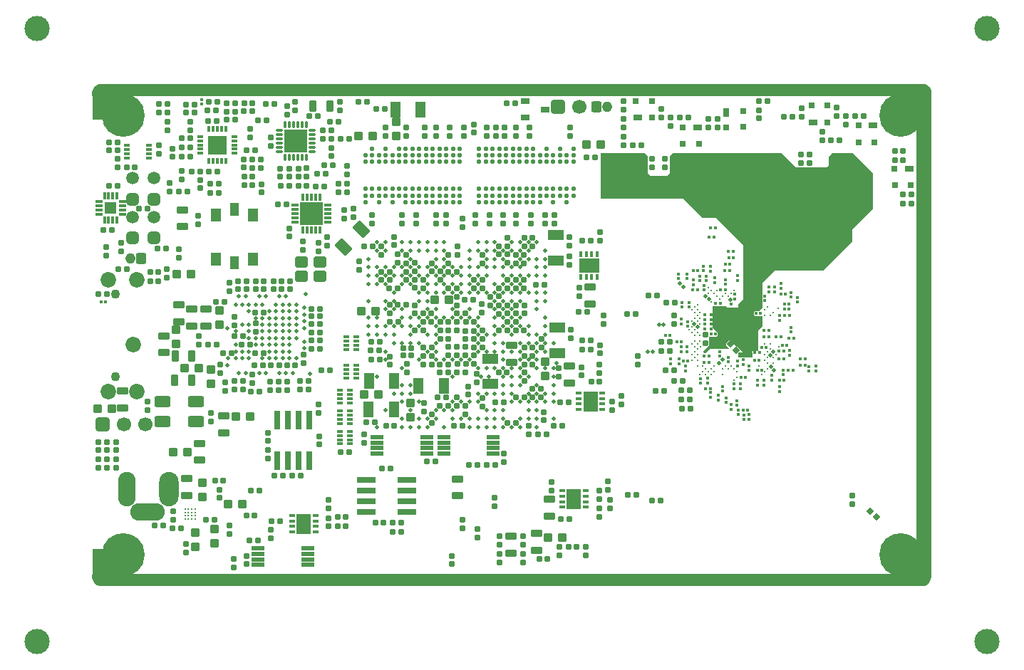
<source format=gbs>
G04 Layer_Color=16711935*
%FSLAX44Y44*%
%MOMM*%
G71*
G01*
G75*
%ADD99C,0.3100*%
%ADD128C,0.5000*%
%ADD142R,2.7000X2.7000*%
G04:AMPARAMS|DCode=180|XSize=1.4mm|YSize=0.9mm|CornerRadius=0.15mm|HoleSize=0mm|Usage=FLASHONLY|Rotation=0.000|XOffset=0mm|YOffset=0mm|HoleType=Round|Shape=RoundedRectangle|*
%AMROUNDEDRECTD180*
21,1,1.4000,0.6000,0,0,0.0*
21,1,1.1000,0.9000,0,0,0.0*
1,1,0.3000,0.5500,-0.3000*
1,1,0.3000,-0.5500,-0.3000*
1,1,0.3000,-0.5500,0.3000*
1,1,0.3000,0.5500,0.3000*
%
%ADD180ROUNDEDRECTD180*%
G04:AMPARAMS|DCode=181|XSize=1.4mm|YSize=0.9mm|CornerRadius=0.15mm|HoleSize=0mm|Usage=FLASHONLY|Rotation=90.000|XOffset=0mm|YOffset=0mm|HoleType=Round|Shape=RoundedRectangle|*
%AMROUNDEDRECTD181*
21,1,1.4000,0.6000,0,0,90.0*
21,1,1.1000,0.9000,0,0,90.0*
1,1,0.3000,0.3000,0.5500*
1,1,0.3000,0.3000,-0.5500*
1,1,0.3000,-0.3000,-0.5500*
1,1,0.3000,-0.3000,0.5500*
%
%ADD181ROUNDEDRECTD181*%
%ADD182R,0.4000X0.4500*%
G04:AMPARAMS|DCode=185|XSize=0.7mm|YSize=0.7mm|CornerRadius=0.11mm|HoleSize=0mm|Usage=FLASHONLY|Rotation=0.000|XOffset=0mm|YOffset=0mm|HoleType=Round|Shape=RoundedRectangle|*
%AMROUNDEDRECTD185*
21,1,0.7000,0.4800,0,0,0.0*
21,1,0.4800,0.7000,0,0,0.0*
1,1,0.2200,0.2400,-0.2400*
1,1,0.2200,-0.2400,-0.2400*
1,1,0.2200,-0.2400,0.2400*
1,1,0.2200,0.2400,0.2400*
%
%ADD185ROUNDEDRECTD185*%
G04:AMPARAMS|DCode=189|XSize=0.6mm|YSize=0.7mm|CornerRadius=0.1mm|HoleSize=0mm|Usage=FLASHONLY|Rotation=180.000|XOffset=0mm|YOffset=0mm|HoleType=Round|Shape=RoundedRectangle|*
%AMROUNDEDRECTD189*
21,1,0.6000,0.5000,0,0,180.0*
21,1,0.4000,0.7000,0,0,180.0*
1,1,0.2000,-0.2000,0.2500*
1,1,0.2000,0.2000,0.2500*
1,1,0.2000,0.2000,-0.2500*
1,1,0.2000,-0.2000,-0.2500*
%
%ADD189ROUNDEDRECTD189*%
G04:AMPARAMS|DCode=194|XSize=0.6mm|YSize=0.7mm|CornerRadius=0.1mm|HoleSize=0mm|Usage=FLASHONLY|Rotation=90.000|XOffset=0mm|YOffset=0mm|HoleType=Round|Shape=RoundedRectangle|*
%AMROUNDEDRECTD194*
21,1,0.6000,0.5000,0,0,90.0*
21,1,0.4000,0.7000,0,0,90.0*
1,1,0.2000,0.2500,0.2000*
1,1,0.2000,0.2500,-0.2000*
1,1,0.2000,-0.2500,-0.2000*
1,1,0.2000,-0.2500,0.2000*
%
%ADD194ROUNDEDRECTD194*%
G04:AMPARAMS|DCode=196|XSize=0.7mm|YSize=0.7mm|CornerRadius=0.11mm|HoleSize=0mm|Usage=FLASHONLY|Rotation=270.000|XOffset=0mm|YOffset=0mm|HoleType=Round|Shape=RoundedRectangle|*
%AMROUNDEDRECTD196*
21,1,0.7000,0.4800,0,0,270.0*
21,1,0.4800,0.7000,0,0,270.0*
1,1,0.2200,-0.2400,-0.2400*
1,1,0.2200,-0.2400,0.2400*
1,1,0.2200,0.2400,0.2400*
1,1,0.2200,0.2400,-0.2400*
%
%ADD196ROUNDEDRECTD196*%
%ADD197R,0.8000X0.4000*%
%ADD198R,1.7000X2.4500*%
%ADD199C,3.0000*%
G04:AMPARAMS|DCode=207|XSize=1.1mm|YSize=1mm|CornerRadius=0.1625mm|HoleSize=0mm|Usage=FLASHONLY|Rotation=90.000|XOffset=0mm|YOffset=0mm|HoleType=Round|Shape=RoundedRectangle|*
%AMROUNDEDRECTD207*
21,1,1.1000,0.6750,0,0,90.0*
21,1,0.7750,1.0000,0,0,90.0*
1,1,0.3250,0.3375,0.3875*
1,1,0.3250,0.3375,-0.3875*
1,1,0.3250,-0.3375,-0.3875*
1,1,0.3250,-0.3375,0.3875*
%
%ADD207ROUNDEDRECTD207*%
G04:AMPARAMS|DCode=208|XSize=1.1mm|YSize=1mm|CornerRadius=0.1625mm|HoleSize=0mm|Usage=FLASHONLY|Rotation=180.000|XOffset=0mm|YOffset=0mm|HoleType=Round|Shape=RoundedRectangle|*
%AMROUNDEDRECTD208*
21,1,1.1000,0.6750,0,0,180.0*
21,1,0.7750,1.0000,0,0,180.0*
1,1,0.3250,-0.3875,0.3375*
1,1,0.3250,0.3875,0.3375*
1,1,0.3250,0.3875,-0.3375*
1,1,0.3250,-0.3875,-0.3375*
%
%ADD208ROUNDEDRECTD208*%
G04:AMPARAMS|DCode=214|XSize=0.6mm|YSize=0.7mm|CornerRadius=0.1mm|HoleSize=0mm|Usage=FLASHONLY|Rotation=225.000|XOffset=0mm|YOffset=0mm|HoleType=Round|Shape=RoundedRectangle|*
%AMROUNDEDRECTD214*
21,1,0.6000,0.5000,0,0,225.0*
21,1,0.4000,0.7000,0,0,225.0*
1,1,0.2000,-0.3182,0.0354*
1,1,0.2000,-0.0354,0.3182*
1,1,0.2000,0.3182,-0.0354*
1,1,0.2000,0.0354,-0.3182*
%
%ADD214ROUNDEDRECTD214*%
G04:AMPARAMS|DCode=220|XSize=0.7mm|YSize=0.7mm|CornerRadius=0.11mm|HoleSize=0mm|Usage=FLASHONLY|Rotation=45.000|XOffset=0mm|YOffset=0mm|HoleType=Round|Shape=RoundedRectangle|*
%AMROUNDEDRECTD220*
21,1,0.7000,0.4800,0,0,45.0*
21,1,0.4800,0.7000,0,0,45.0*
1,1,0.2200,0.3394,0.0000*
1,1,0.2200,0.0000,-0.3394*
1,1,0.2200,-0.3394,0.0000*
1,1,0.2200,0.0000,0.3394*
%
%ADD220ROUNDEDRECTD220*%
%ADD226R,0.7000X0.4500*%
%ADD227R,0.7000X0.4000*%
G04:AMPARAMS|DCode=234|XSize=1.9mm|YSize=1.25mm|CornerRadius=0.1938mm|HoleSize=0mm|Usage=FLASHONLY|Rotation=180.000|XOffset=0mm|YOffset=0mm|HoleType=Round|Shape=RoundedRectangle|*
%AMROUNDEDRECTD234*
21,1,1.9000,0.8625,0,0,180.0*
21,1,1.5125,1.2500,0,0,180.0*
1,1,0.3875,-0.7562,0.4313*
1,1,0.3875,0.7562,0.4313*
1,1,0.3875,0.7562,-0.4313*
1,1,0.3875,-0.7562,-0.4313*
%
%ADD234ROUNDEDRECTD234*%
G04:AMPARAMS|DCode=241|XSize=1.9mm|YSize=1.25mm|CornerRadius=0.1938mm|HoleSize=0mm|Usage=FLASHONLY|Rotation=90.000|XOffset=0mm|YOffset=0mm|HoleType=Round|Shape=RoundedRectangle|*
%AMROUNDEDRECTD241*
21,1,1.9000,0.8625,0,0,90.0*
21,1,1.5125,1.2500,0,0,90.0*
1,1,0.3875,0.4313,0.7562*
1,1,0.3875,0.4313,-0.7562*
1,1,0.3875,-0.4313,-0.7562*
1,1,0.3875,-0.4313,0.7562*
%
%ADD241ROUNDEDRECTD241*%
%ADD256R,0.4000X0.8000*%
%ADD257R,2.4500X1.7000*%
%ADD261O,4.1000X2.1000*%
%ADD262O,2.3000X4.1000*%
%ADD263O,2.1000X4.1000*%
G04:AMPARAMS|DCode=264|XSize=1.3mm|YSize=1.2mm|CornerRadius=0.1875mm|HoleSize=0mm|Usage=FLASHONLY|Rotation=90.000|XOffset=0mm|YOffset=0mm|HoleType=Round|Shape=RoundedRectangle|*
%AMROUNDEDRECTD264*
21,1,1.3000,0.8250,0,0,90.0*
21,1,0.9250,1.2000,0,0,90.0*
1,1,0.3750,0.4125,0.4625*
1,1,0.3750,0.4125,-0.4625*
1,1,0.3750,-0.4125,-0.4625*
1,1,0.3750,-0.4125,0.4625*
%
%ADD264ROUNDEDRECTD264*%
%ADD265O,1.2000X1.3000*%
%ADD266C,1.1000*%
%ADD267C,1.8500*%
G04:AMPARAMS|DCode=268|XSize=1.5mm|YSize=1.5mm|CornerRadius=0.4mm|HoleSize=0mm|Usage=FLASHONLY|Rotation=90.000|XOffset=0mm|YOffset=0mm|HoleType=Round|Shape=RoundedRectangle|*
%AMROUNDEDRECTD268*
21,1,1.5000,0.7000,0,0,90.0*
21,1,0.7000,1.5000,0,0,90.0*
1,1,0.8000,0.3500,0.3500*
1,1,0.8000,0.3500,-0.3500*
1,1,0.8000,-0.3500,-0.3500*
1,1,0.8000,-0.3500,0.3500*
%
%ADD268ROUNDEDRECTD268*%
%ADD269C,1.5000*%
%ADD270C,5.1000*%
%ADD271C,1.7000*%
G04:AMPARAMS|DCode=272|XSize=1.624mm|YSize=1.624mm|CornerRadius=0.2405mm|HoleSize=0mm|Usage=FLASHONLY|Rotation=90.000|XOffset=0mm|YOffset=0mm|HoleType=Round|Shape=RoundedRectangle|*
%AMROUNDEDRECTD272*
21,1,1.6240,1.1430,0,0,90.0*
21,1,1.1430,1.6240,0,0,90.0*
1,1,0.4810,0.5715,0.5715*
1,1,0.4810,0.5715,-0.5715*
1,1,0.4810,-0.5715,-0.5715*
1,1,0.4810,-0.5715,0.5715*
%
%ADD272ROUNDEDRECTD272*%
%ADD273R,0.8000X0.8000*%
%ADD274R,1.1000X0.8000*%
%ADD275R,0.8000X0.8000*%
%ADD276R,0.8000X1.1000*%
G04:AMPARAMS|DCode=277|XSize=0.7mm|YSize=1.1mm|CornerRadius=0.125mm|HoleSize=0mm|Usage=FLASHONLY|Rotation=90.000|XOffset=0mm|YOffset=0mm|HoleType=Round|Shape=RoundedRectangle|*
%AMROUNDEDRECTD277*
21,1,0.7000,0.8500,0,0,90.0*
21,1,0.4500,1.1000,0,0,90.0*
1,1,0.2500,0.4250,0.2250*
1,1,0.2500,0.4250,-0.2250*
1,1,0.2500,-0.4250,-0.2250*
1,1,0.2500,-0.4250,0.2250*
%
%ADD277ROUNDEDRECTD277*%
%ADD278R,0.3500X0.9000*%
%ADD279R,0.9000X0.3500*%
%ADD280R,2.8000X2.8000*%
%ADD281R,0.4500X0.4000*%
%ADD282R,0.9000X0.4000*%
%ADD283R,0.4000X0.9000*%
%ADD284R,1.3500X1.3500*%
%ADD285C,0.5500*%
G04:AMPARAMS|DCode=286|XSize=1.9mm|YSize=1.3mm|CornerRadius=0.2mm|HoleSize=0mm|Usage=FLASHONLY|Rotation=180.000|XOffset=0mm|YOffset=0mm|HoleType=Round|Shape=RoundedRectangle|*
%AMROUNDEDRECTD286*
21,1,1.9000,0.9000,0,0,180.0*
21,1,1.5000,1.3000,0,0,180.0*
1,1,0.4000,-0.7500,0.4500*
1,1,0.4000,0.7500,0.4500*
1,1,0.4000,0.7500,-0.4500*
1,1,0.4000,-0.7500,-0.4500*
%
%ADD286ROUNDEDRECTD286*%
%ADD287R,2.3000X0.6500*%
%ADD288R,0.6500X2.3000*%
%ADD289R,1.5000X0.5500*%
%ADD290O,0.3500X1.0000*%
%ADD291O,1.0000X0.3500*%
G04:AMPARAMS|DCode=292|XSize=1.5mm|YSize=1.3mm|CornerRadius=0.2mm|HoleSize=0mm|Usage=FLASHONLY|Rotation=0.000|XOffset=0mm|YOffset=0mm|HoleType=Round|Shape=RoundedRectangle|*
%AMROUNDEDRECTD292*
21,1,1.5000,0.9000,0,0,0.0*
21,1,1.1000,1.3000,0,0,0.0*
1,1,0.4000,0.5500,-0.4500*
1,1,0.4000,-0.5500,-0.4500*
1,1,0.4000,-0.5500,0.4500*
1,1,0.4000,0.5500,0.4500*
%
%ADD292ROUNDEDRECTD292*%
%ADD293C,0.3000*%
G04:AMPARAMS|DCode=294|XSize=0.4mm|YSize=0.45mm|CornerRadius=0mm|HoleSize=0mm|Usage=FLASHONLY|Rotation=225.000|XOffset=0mm|YOffset=0mm|HoleType=Round|Shape=Rectangle|*
%AMROTATEDRECTD294*
4,1,4,-0.0177,0.3005,0.3005,-0.0177,0.0177,-0.3005,-0.3005,0.0177,-0.0177,0.3005,0.0*
%
%ADD294ROTATEDRECTD294*%

G04:AMPARAMS|DCode=295|XSize=0.4mm|YSize=0.45mm|CornerRadius=0mm|HoleSize=0mm|Usage=FLASHONLY|Rotation=315.000|XOffset=0mm|YOffset=0mm|HoleType=Round|Shape=Rectangle|*
%AMROTATEDRECTD295*
4,1,4,-0.3005,-0.0177,0.0177,0.3005,0.3005,0.0177,-0.0177,-0.3005,-0.3005,-0.0177,0.0*
%
%ADD295ROTATEDRECTD295*%

%ADD296R,1.0000X1.5000*%
%ADD297R,1.3000X1.6000*%
%ADD298R,2.2000X2.2000*%
G04:AMPARAMS|DCode=299|XSize=1.9mm|YSize=1.25mm|CornerRadius=0.1938mm|HoleSize=0mm|Usage=FLASHONLY|Rotation=315.000|XOffset=0mm|YOffset=0mm|HoleType=Round|Shape=RoundedRectangle|*
%AMROUNDEDRECTD299*
21,1,1.9000,0.8625,0,0,315.0*
21,1,1.5125,1.2500,0,0,315.0*
1,1,0.3875,0.2298,-0.8397*
1,1,0.3875,-0.8397,0.2298*
1,1,0.3875,-0.2298,0.8397*
1,1,0.3875,0.8397,-0.2298*
%
%ADD299ROUNDEDRECTD299*%
G36*
X14500Y598752D02*
X988000Y598752D01*
X988423D01*
X988456Y598750D01*
X988489D01*
X988521Y598746D01*
X988554Y598744D01*
X988586Y598737D01*
X988619Y598733D01*
X990599Y598339D01*
X990631Y598330D01*
X990663Y598324D01*
X990694Y598314D01*
X990726Y598305D01*
X990756Y598293D01*
X990787Y598282D01*
X992653Y597509D01*
X992682Y597495D01*
X992712Y597482D01*
X992741Y597466D01*
X992770Y597451D01*
X992797Y597433D01*
X992826Y597417D01*
X994505Y596295D01*
X994531Y596275D01*
X994558Y596257D01*
X994583Y596235D01*
X994609Y596215D01*
X994632Y596192D01*
X994657Y596170D01*
X996084Y594743D01*
X996106Y594718D01*
X996129Y594695D01*
X996149Y594669D01*
X996171Y594644D01*
X996189Y594617D01*
X996209Y594591D01*
X997331Y592912D01*
X997347Y592883D01*
X997365Y592856D01*
X997380Y592827D01*
X997396Y592798D01*
X997409Y592768D01*
X997423Y592739D01*
X998196Y590873D01*
X998206Y590842D01*
X998219Y590812D01*
X998227Y590780D01*
X998238Y590749D01*
X998244Y590717D01*
X998253Y590685D01*
X998647Y588705D01*
X998651Y588672D01*
X998658Y588640D01*
X998660Y588608D01*
X998664Y588575D01*
Y588542D01*
X998666Y588509D01*
Y587500D01*
Y584750D01*
X998658Y584619D01*
X998632Y584491D01*
X998590Y584366D01*
X998532Y584249D01*
X998459Y584140D01*
X998372Y584041D01*
X998274Y583955D01*
X998252Y583941D01*
X998252Y556750D01*
X998243Y556652D01*
X998214Y556558D01*
X998168Y556471D01*
X998166Y556469D01*
X998166Y15252D01*
X998166Y15250D01*
Y12500D01*
Y11490D01*
X998164Y11458D01*
Y11425D01*
X998160Y11392D01*
X998157Y11360D01*
X998151Y11328D01*
X998147Y11295D01*
X997753Y9315D01*
X997744Y9283D01*
X997738Y9251D01*
X997728Y9220D01*
X997719Y9188D01*
X997706Y9158D01*
X997696Y9127D01*
X996923Y7261D01*
X996909Y7232D01*
X996896Y7202D01*
X996880Y7173D01*
X996865Y7144D01*
X996847Y7116D01*
X996831Y7088D01*
X995709Y5409D01*
X995689Y5383D01*
X995671Y5356D01*
X995649Y5331D01*
X995629Y5305D01*
X995606Y5282D01*
X995584Y5257D01*
X994156Y3830D01*
X994132Y3808D01*
X994109Y3785D01*
X994083Y3765D01*
X994058Y3743D01*
X994031Y3725D01*
X994005Y3705D01*
X992326Y2583D01*
X992297Y2567D01*
X992270Y2549D01*
X992241Y2534D01*
X992212Y2518D01*
X992182Y2505D01*
X992153Y2491D01*
X990287Y1718D01*
X990256Y1708D01*
X990226Y1695D01*
X990194Y1686D01*
X990163Y1676D01*
X990131Y1670D01*
X990099Y1661D01*
X988352Y1313D01*
X988259Y1282D01*
X988131Y1257D01*
X988000Y1248D01*
X14500Y1248D01*
D01*
X11490D01*
X11458Y1250D01*
X11425D01*
X11392Y1254D01*
X11360Y1256D01*
X11328Y1263D01*
X11295Y1267D01*
X9315Y1661D01*
X9283Y1669D01*
X9251Y1676D01*
X9220Y1686D01*
X9188Y1695D01*
X9158Y1707D01*
X9127Y1718D01*
X7261Y2491D01*
X7232Y2505D01*
X7201Y2518D01*
X7173Y2534D01*
X7144Y2549D01*
X7117Y2567D01*
X7088Y2583D01*
X5409Y3705D01*
X5383Y3725D01*
X5356Y3743D01*
X5331Y3765D01*
X5305Y3785D01*
X5282Y3808D01*
X5257Y3830D01*
X3830Y5257D01*
X3808Y5282D01*
X3785Y5305D01*
X3765Y5331D01*
X3743Y5356D01*
X3725Y5383D01*
X3705Y5409D01*
X2583Y7088D01*
X2567Y7116D01*
X2549Y7144D01*
X2534Y7173D01*
X2518Y7201D01*
X2505Y7232D01*
X2491Y7261D01*
X1718Y9127D01*
X1708Y9158D01*
X1695Y9188D01*
X1686Y9220D01*
X1676Y9251D01*
X1670Y9283D01*
X1661Y9315D01*
X1267Y11295D01*
X1263Y11328D01*
X1256Y11360D01*
X1254Y11392D01*
X1250Y11425D01*
Y11458D01*
X1248Y11490D01*
Y12500D01*
Y15250D01*
X1256Y15381D01*
X1282Y15509D01*
X1324Y15633D01*
X1382Y15751D01*
X1455Y15860D01*
X1541Y15959D01*
X1640Y16045D01*
X1748Y16117D01*
X1748Y45000D01*
X1757Y45098D01*
X1786Y45192D01*
X1832Y45279D01*
X1895Y45355D01*
X1971Y45418D01*
X2058Y45464D01*
X2152Y45493D01*
X2250Y45502D01*
X15449D01*
X15453Y45502D01*
X15458Y45502D01*
X15503Y45497D01*
X15547Y45493D01*
X15551Y45491D01*
X15556Y45491D01*
X15599Y45477D01*
X15641Y45464D01*
X15645Y45462D01*
X15650Y45460D01*
X15689Y45439D01*
X15728Y45418D01*
X15732Y45415D01*
X15736Y45412D01*
X15769Y45384D01*
X15804Y45355D01*
X15807Y45352D01*
X15811Y45348D01*
X15838Y45314D01*
X15866Y45279D01*
X15869Y45275D01*
X15872Y45271D01*
X34474Y16252D01*
X968997Y16252D01*
Y25750D01*
X969007Y25848D01*
X969036Y25942D01*
X969082Y26029D01*
X969145Y26105D01*
X969221Y26168D01*
X969308Y26214D01*
X969402Y26243D01*
X969500Y26252D01*
X980498D01*
X980498Y562142D01*
X966648Y583748D01*
X33352Y583748D01*
X15872Y556479D01*
X15869Y556475D01*
X15866Y556471D01*
X15838Y556437D01*
X15811Y556402D01*
X15807Y556399D01*
X15804Y556395D01*
X15769Y556366D01*
X15736Y556338D01*
X15732Y556335D01*
X15728Y556332D01*
X15689Y556311D01*
X15650Y556290D01*
X15645Y556288D01*
X15641Y556286D01*
X15599Y556273D01*
X15556Y556259D01*
X15551Y556259D01*
X15547Y556257D01*
X15503Y556253D01*
X15458Y556248D01*
X15453Y556248D01*
X15449Y556248D01*
X2250D01*
X2152Y556257D01*
X2058Y556286D01*
X1971Y556332D01*
X1895Y556395D01*
X1832Y556471D01*
X1786Y556558D01*
X1757Y556652D01*
X1748Y556750D01*
X1748Y583883D01*
X1640Y583955D01*
X1541Y584041D01*
X1455Y584140D01*
X1382Y584249D01*
X1324Y584366D01*
X1282Y584491D01*
X1256Y584619D01*
X1248Y584750D01*
Y587500D01*
Y588510D01*
X1250Y588542D01*
Y588575D01*
X1254Y588608D01*
X1256Y588640D01*
X1263Y588672D01*
X1267Y588705D01*
X1661Y590685D01*
X1670Y590717D01*
X1676Y590749D01*
X1686Y590780D01*
X1695Y590812D01*
X1708Y590842D01*
X1718Y590873D01*
X2491Y592739D01*
X2505Y592768D01*
X2518Y592799D01*
X2534Y592827D01*
X2549Y592856D01*
X2567Y592884D01*
X2583Y592912D01*
X3705Y594591D01*
X3725Y594617D01*
X3743Y594644D01*
X3765Y594669D01*
X3785Y594695D01*
X3808Y594718D01*
X3830Y594743D01*
X5257Y596170D01*
X5282Y596192D01*
X5305Y596215D01*
X5331Y596235D01*
X5356Y596257D01*
X5383Y596275D01*
X5409Y596295D01*
X7088Y597417D01*
X7117Y597433D01*
X7144Y597451D01*
X7173Y597466D01*
X7201Y597482D01*
X7232Y597495D01*
X7261Y597509D01*
X9127Y598282D01*
X9158Y598293D01*
X9188Y598305D01*
X9220Y598314D01*
X9251Y598324D01*
X9283Y598330D01*
X9315Y598339D01*
X11295Y598733D01*
X11328Y598737D01*
X11360Y598744D01*
X11392Y598746D01*
X11425Y598750D01*
X11458D01*
X11490Y598752D01*
X14500D01*
D01*
D02*
G37*
G36*
X785604Y279288D02*
X785698Y279260D01*
X785785Y279213D01*
X785861Y279151D01*
X785924Y279074D01*
X785970Y278988D01*
X785999Y278893D01*
X786008Y278795D01*
Y273545D01*
X785999Y273447D01*
X785970Y273353D01*
X785924Y273266D01*
X785861Y273190D01*
X785785Y273128D01*
X785698Y273081D01*
X785604Y273053D01*
X785506Y273043D01*
X769256D01*
X769158Y273053D01*
X769064Y273081D01*
X768977Y273128D01*
X768901Y273190D01*
X768838Y273266D01*
X768792Y273353D01*
X768763Y273447D01*
X768754Y273545D01*
Y278795D01*
X768763Y278893D01*
X768792Y278988D01*
X768838Y279074D01*
X768901Y279151D01*
X768977Y279213D01*
X769064Y279260D01*
X769158Y279288D01*
X769256Y279298D01*
X785506D01*
X785604Y279288D01*
D02*
G37*
G36*
X691250Y516003D02*
X820500Y516002D01*
X820500Y516002D01*
X820598Y515993D01*
X820692Y515964D01*
X820779Y515918D01*
X820855Y515855D01*
X837458Y499252D01*
X873542Y499253D01*
X875998Y501708D01*
X875997Y511999D01*
X875997Y512000D01*
X876007Y512098D01*
X876015Y512126D01*
X876035Y512192D01*
X876057Y512232D01*
X876082Y512279D01*
X876110Y512313D01*
X876144Y512355D01*
X876144Y512355D01*
X879645Y515855D01*
X879721Y515918D01*
X879808Y515964D01*
X879830Y515971D01*
X879902Y515993D01*
X879951Y515998D01*
X880000Y516002D01*
X880000Y516002D01*
X904750Y516002D01*
X904848Y515993D01*
X904942Y515964D01*
X905029Y515918D01*
X905105Y515855D01*
X905105Y515855D01*
X928605Y492355D01*
X928668Y492279D01*
X928714Y492192D01*
X928721Y492170D01*
X928743Y492098D01*
X928748Y492049D01*
X928753Y492000D01*
X928753Y492000D01*
X928752Y450500D01*
X928752Y450500D01*
X928744Y450411D01*
X928743Y450402D01*
X928714Y450308D01*
X928668Y450221D01*
X928633Y450179D01*
X928605Y450145D01*
X928605Y450145D01*
X904252Y425792D01*
X904252Y411750D01*
X904243Y411652D01*
X904221Y411580D01*
X904214Y411558D01*
X904168Y411471D01*
X904105Y411395D01*
X904105Y411395D01*
X869605Y376895D01*
X869529Y376832D01*
X869442Y376786D01*
X869420Y376779D01*
X869348Y376757D01*
X869299Y376752D01*
X869250Y376748D01*
X869250Y376748D01*
X812208Y376748D01*
X797533Y362073D01*
Y361727D01*
X797533Y332617D01*
X797533Y332617D01*
X797528Y332568D01*
X797523Y332519D01*
X797502Y332446D01*
X797495Y332424D01*
X797449Y332337D01*
X797417Y332299D01*
X797386Y332261D01*
X797386Y332261D01*
X793386Y328261D01*
X793310Y328199D01*
X793223Y328153D01*
X793201Y328146D01*
X793129Y328124D01*
X793080Y328119D01*
X793031Y328114D01*
X793031Y328114D01*
X788739Y328114D01*
X787783Y327159D01*
Y323575D01*
X788739Y322619D01*
X797031D01*
X797129Y322609D01*
X797223Y322581D01*
X797310Y322534D01*
X797386Y322472D01*
X797449Y322396D01*
X797495Y322309D01*
X797524Y322215D01*
X797533Y322117D01*
X797533Y310367D01*
X797533Y310367D01*
X797524Y310278D01*
X797524Y310269D01*
X797495Y310175D01*
X797449Y310088D01*
X797414Y310046D01*
X797386Y310012D01*
X797386Y310011D01*
X792783Y305409D01*
X792783Y281867D01*
X792774Y281769D01*
X792745Y281674D01*
X792699Y281588D01*
X792636Y281511D01*
X792560Y281449D01*
X792473Y281403D01*
X792379Y281374D01*
X792281Y281364D01*
X786239D01*
X784636Y279762D01*
X784560Y279699D01*
X784473Y279653D01*
X784451Y279646D01*
X784379Y279624D01*
X784330Y279619D01*
X784281Y279614D01*
X784281Y279614D01*
X774281D01*
X774183Y279624D01*
X774110Y279646D01*
X774089Y279653D01*
X774002Y279699D01*
X773926Y279762D01*
X773925Y279762D01*
X767426Y286262D01*
X767426Y286262D01*
X759823Y293864D01*
X758489Y293864D01*
X754533Y289909D01*
Y287825D01*
X757636Y284722D01*
X757636Y284722D01*
X757664Y284688D01*
X757699Y284646D01*
X757745Y284559D01*
X757774Y284465D01*
X757775Y284456D01*
X757783Y284367D01*
X757778Y284318D01*
X757774Y284269D01*
X757752Y284196D01*
X757745Y284174D01*
X757699Y284088D01*
X757636Y284011D01*
X757602Y283983D01*
X757560Y283949D01*
X757473Y283902D01*
X757379Y283874D01*
X757370Y283873D01*
X757281Y283864D01*
X757281Y283864D01*
X735489D01*
X729886Y278261D01*
X729886D01*
Y278261D01*
X729810Y278199D01*
X729734Y278158D01*
X729723Y278153D01*
D01*
X729723Y278153D01*
X729629Y278124D01*
X729540Y278115D01*
X729531Y278114D01*
D01*
X729531D01*
X729433Y278124D01*
X729404Y278133D01*
X729339Y278153D01*
X729252Y278199D01*
X729175Y278261D01*
X729175Y278262D01*
X727426Y280012D01*
X727363Y280088D01*
X727342Y280128D01*
X727317Y280175D01*
X727308Y280203D01*
X727288Y280269D01*
X727279Y280367D01*
X727288Y280465D01*
X727297Y280493D01*
X727317Y280559D01*
X727338Y280599D01*
X727363Y280646D01*
X727426Y280722D01*
X727426Y280722D01*
X734028Y287325D01*
X734028Y297617D01*
X734038Y297715D01*
X734067Y297809D01*
X734113Y297896D01*
X734176Y297972D01*
X734252Y298034D01*
X734339Y298081D01*
X734433Y298109D01*
X734531Y298119D01*
X743073Y298119D01*
X744278Y299325D01*
X744278Y302909D01*
X738676Y308512D01*
X738613Y308588D01*
X738567Y308675D01*
X738560Y308696D01*
X738538Y308769D01*
X738533Y308818D01*
X738528Y308867D01*
X738529Y308867D01*
X738528Y333867D01*
X738538Y333965D01*
X738567Y334059D01*
X738613Y334146D01*
X738676Y334222D01*
X738752Y334284D01*
X738839Y334331D01*
X738933Y334360D01*
X739031Y334369D01*
X753781D01*
X753781Y334369D01*
X753830Y334364D01*
X753879Y334360D01*
X753951Y334338D01*
X753973Y334331D01*
X754060Y334284D01*
X754136Y334222D01*
X754136Y334222D01*
X755989Y332369D01*
X767823Y332369D01*
X768778Y333325D01*
X768778Y336116D01*
X768778Y336117D01*
X768787Y336206D01*
X768788Y336215D01*
X768817Y336309D01*
X768863Y336396D01*
X768897Y336438D01*
X768925Y336472D01*
X768926Y336472D01*
X775028Y342575D01*
Y406393D01*
X742424Y438998D01*
X727000Y438997D01*
X727000Y438997D01*
X726902Y439007D01*
X726808Y439036D01*
X726721Y439082D01*
X726645Y439145D01*
X703402Y462388D01*
X605956Y462388D01*
X605956Y462388D01*
X605956Y462388D01*
X605909Y462393D01*
X605858Y462397D01*
X605858Y462398D01*
X605858Y462398D01*
X605811Y462412D01*
X605764Y462426D01*
X605764Y462426D01*
X605764Y462426D01*
X605724Y462447D01*
X605677Y462472D01*
X605677Y462473D01*
X605677Y462473D01*
X605645Y462499D01*
X605601Y462535D01*
X605601Y462535D01*
X605601Y462536D01*
X605572Y462570D01*
X605539Y462611D01*
X605539Y462612D01*
X605538Y462612D01*
X605518Y462649D01*
X605492Y462698D01*
X605492Y462698D01*
X605492Y462699D01*
X605478Y462746D01*
X605464Y462792D01*
X605464Y462793D01*
X605464Y462793D01*
X605459Y462844D01*
X605454Y462890D01*
X605454Y462891D01*
X605454Y462891D01*
X605532Y515501D01*
X605537Y515547D01*
X605542Y515598D01*
X605542Y515598D01*
X605542Y515599D01*
X605556Y515646D01*
X605570Y515692D01*
X605570Y515692D01*
X605570Y515693D01*
X605595Y515738D01*
X605617Y515779D01*
X605617Y515779D01*
X605617Y515780D01*
X605648Y515817D01*
X605679Y515855D01*
X605679Y515855D01*
X605680Y515856D01*
X605718Y515887D01*
X605755Y515918D01*
X605756Y515918D01*
X605756Y515918D01*
X605798Y515940D01*
X605842Y515964D01*
X605843Y515964D01*
X605843Y515964D01*
X605890Y515979D01*
X605936Y515993D01*
X605937Y515993D01*
X605937Y515993D01*
X605989Y515998D01*
X606034Y516002D01*
X657500Y516003D01*
X657500Y516003D01*
X657598Y515993D01*
X657692Y515964D01*
X657779Y515918D01*
X657855Y515855D01*
X660855Y512855D01*
X660918Y512779D01*
X660964Y512692D01*
X660971Y512670D01*
X660993Y512598D01*
X660998Y512549D01*
X661002Y512500D01*
X661002Y512500D01*
X661003Y492958D01*
X664958Y489002D01*
X683792D01*
X687747Y492958D01*
X687747Y512500D01*
X687747Y512500D01*
X687752Y512549D01*
X687757Y512598D01*
X687779Y512670D01*
X687786Y512692D01*
X687832Y512779D01*
X687895Y512855D01*
X690895Y515855D01*
X690971Y515918D01*
X691058Y515964D01*
X691080Y515971D01*
X691152Y515993D01*
X691201Y515998D01*
X691250Y516003D01*
X691250Y516003D01*
D02*
G37*
D99*
X776750Y346384D02*
D03*
X766760Y249813D02*
D03*
X763430Y246483D02*
D03*
X713480Y309753D02*
D03*
X710150Y306423D02*
D03*
X740120Y349713D02*
D03*
X733460D02*
D03*
X746780Y343053D02*
D03*
X716810Y333063D02*
D03*
X740120Y256473D02*
D03*
X720140Y276453D02*
D03*
X713480Y329733D02*
D03*
X743450Y346383D02*
D03*
X763430Y353043D02*
D03*
X760100Y349714D02*
D03*
X753440Y349713D02*
D03*
X810050Y326403D02*
D03*
X816510Y331937D02*
D03*
X720140Y269793D02*
D03*
X756770Y259803D02*
D03*
X753440Y263133D02*
D03*
X750110Y253143D02*
D03*
X756770Y346383D02*
D03*
X806720Y323073D02*
D03*
X733460Y356373D02*
D03*
X736790Y339723D02*
D03*
X740120Y263133D02*
D03*
X723470Y313083D02*
D03*
X716810Y306423D02*
D03*
X713480Y303093D02*
D03*
X720140Y303093D02*
D03*
X723470Y293103D02*
D03*
X720140Y289773D02*
D03*
X733460Y256473D02*
D03*
X736790Y259803D02*
D03*
X730130D02*
D03*
X760100Y263133D02*
D03*
X750110Y259803D02*
D03*
X800060Y256473D02*
D03*
X750110Y346383D02*
D03*
X743450Y353044D02*
D03*
X720140Y336393D02*
D03*
Y316413D02*
D03*
X723470Y319743D02*
D03*
X716810Y326403D02*
D03*
X723470Y326403D02*
D03*
X720140Y329733D02*
D03*
X716810Y286443D02*
D03*
X713480Y289773D02*
D03*
X716810Y273123D02*
D03*
X720140Y323073D02*
D03*
X736790Y253143D02*
D03*
X730130Y253143D02*
D03*
X723510Y286437D02*
D03*
X716810Y279783D02*
D03*
X720140Y283113D02*
D03*
X720140Y263133D02*
D03*
X726800Y256473D02*
D03*
X726800Y263133D02*
D03*
X716810Y293103D02*
D03*
Y299763D02*
D03*
X723470Y299763D02*
D03*
X713480Y269793D02*
D03*
X713480Y276453D02*
D03*
X800060Y323073D02*
D03*
Y329733D02*
D03*
X803390Y333063D02*
D03*
X793400Y263133D02*
D03*
X800060Y269793D02*
D03*
X803390Y279783D02*
D03*
X816710Y286443D02*
D03*
X810050Y266463D02*
D03*
X810050Y273123D02*
D03*
X806720Y289773D02*
D03*
X800060Y289773D02*
D03*
X813380Y276453D02*
D03*
X803390Y273123D02*
D03*
Y266463D02*
D03*
X806720Y283113D02*
D03*
X780080Y343053D02*
D03*
X803390Y259803D02*
D03*
X800060Y276453D02*
D03*
X763430Y259803D02*
D03*
X766750Y256500D02*
D03*
X713480Y316413D02*
D03*
X716810Y319743D02*
D03*
X723470Y253143D02*
D03*
X736790Y353044D02*
D03*
X796730Y253143D02*
D03*
D128*
X549500Y200500D02*
D03*
X529500Y330500D02*
D03*
X489500Y310500D02*
D03*
X499500Y220500D02*
D03*
Y260500D02*
D03*
Y250500D02*
D03*
X509500Y260500D02*
D03*
X529500D02*
D03*
X539500D02*
D03*
X489500Y260500D02*
D03*
X479500Y260500D02*
D03*
X469500Y260500D02*
D03*
X519500Y350500D02*
D03*
X539500D02*
D03*
X379500Y210500D02*
D03*
X674500Y312500D02*
D03*
X349500Y270500D02*
D03*
Y210500D02*
D03*
X179500Y336250D02*
D03*
X277250Y587750D02*
D03*
X667500Y280000D02*
D03*
X379500Y240500D02*
D03*
X529500Y350500D02*
D03*
X549500Y260500D02*
D03*
X529500Y210500D02*
D03*
X549500Y220500D02*
D03*
X219500Y312250D02*
D03*
X211500Y304250D02*
D03*
Y320250D02*
D03*
X203500Y320250D02*
D03*
X211500Y328250D02*
D03*
X199500Y345907D02*
D03*
X223500D02*
D03*
X207500D02*
D03*
X195500Y320250D02*
D03*
X329500Y370500D02*
D03*
X260250Y254000D02*
D03*
X162500Y272250D02*
D03*
X549500Y250500D02*
D03*
X529500Y240500D02*
D03*
X171500Y304250D02*
D03*
Y272250D02*
D03*
X479500Y360500D02*
D03*
Y350500D02*
D03*
X479500Y280500D02*
D03*
X187500Y312250D02*
D03*
Y304250D02*
D03*
X539500Y220500D02*
D03*
X539500Y230500D02*
D03*
X549500D02*
D03*
X549500Y240500D02*
D03*
X529500Y340500D02*
D03*
X369500Y260500D02*
D03*
X7250Y587750D02*
D03*
X14000Y594500D02*
D03*
X27500D02*
D03*
X34250Y589000D02*
D03*
X41000Y594500D02*
D03*
X47750Y587750D02*
D03*
X54500Y594500D02*
D03*
X61250Y587750D02*
D03*
X101750D02*
D03*
X95000Y594500D02*
D03*
X88250Y587750D02*
D03*
X81500Y594500D02*
D03*
X74750Y587750D02*
D03*
X68000Y594500D02*
D03*
X142250Y587750D02*
D03*
X135500Y594500D02*
D03*
X128750Y587750D02*
D03*
X122000Y594500D02*
D03*
X115250Y587750D02*
D03*
X108500Y594500D02*
D03*
X176000D02*
D03*
X169250Y587750D02*
D03*
X162500Y594500D02*
D03*
X155750Y587750D02*
D03*
X149000Y594500D02*
D03*
X223250Y587750D02*
D03*
X209750D02*
D03*
X196250D02*
D03*
X263750D02*
D03*
X257000Y594500D02*
D03*
X250250Y587750D02*
D03*
X243500Y594500D02*
D03*
X236750Y587750D02*
D03*
X230000Y594500D02*
D03*
X304250Y587750D02*
D03*
X297500Y594500D02*
D03*
X290750Y587750D02*
D03*
X284000Y594500D02*
D03*
X270500D02*
D03*
X344750Y587750D02*
D03*
X338000Y594500D02*
D03*
X331250Y587750D02*
D03*
X324500Y594500D02*
D03*
X317750Y587750D02*
D03*
X311000Y594500D02*
D03*
X385250Y587750D02*
D03*
X378500Y594500D02*
D03*
X371750Y587750D02*
D03*
X365000Y594500D02*
D03*
X358250Y587750D02*
D03*
X351500Y594500D02*
D03*
X425750Y587750D02*
D03*
X419000Y594500D02*
D03*
X412250Y587750D02*
D03*
X405500Y594500D02*
D03*
X398750Y587750D02*
D03*
X392000Y594500D02*
D03*
X466250Y587750D02*
D03*
X459500Y594500D02*
D03*
X452750Y587750D02*
D03*
X446000Y594500D02*
D03*
X439250Y587750D02*
D03*
X432500Y594500D02*
D03*
X506750Y587750D02*
D03*
X500000Y594500D02*
D03*
X493250Y587750D02*
D03*
X486500Y594500D02*
D03*
X479750Y587750D02*
D03*
X473000Y594500D02*
D03*
X547250Y587750D02*
D03*
X540500Y594500D02*
D03*
X533750Y587750D02*
D03*
X527000Y594500D02*
D03*
X520250Y587750D02*
D03*
X513500Y594500D02*
D03*
X587750Y587750D02*
D03*
X581000Y594500D02*
D03*
X574250Y587750D02*
D03*
X567500Y594500D02*
D03*
X560750Y587750D02*
D03*
X554000Y594500D02*
D03*
X628250Y587750D02*
D03*
X621500Y594500D02*
D03*
X614750Y587750D02*
D03*
X608000Y594500D02*
D03*
X601250Y587750D02*
D03*
X594500Y594500D02*
D03*
X668750Y587750D02*
D03*
X662000Y594500D02*
D03*
X655250Y587750D02*
D03*
X648500Y594500D02*
D03*
X641750Y587750D02*
D03*
X635000Y594500D02*
D03*
X709250Y587750D02*
D03*
X702500Y594500D02*
D03*
X695750Y587750D02*
D03*
X689000Y594500D02*
D03*
X682250Y587750D02*
D03*
X675500Y594500D02*
D03*
X749750Y587750D02*
D03*
X743000Y594500D02*
D03*
X736250Y587750D02*
D03*
X729500Y594500D02*
D03*
X722750Y587750D02*
D03*
X716000Y594500D02*
D03*
X790250Y587750D02*
D03*
X776750D02*
D03*
X770000Y594500D02*
D03*
X763250Y587750D02*
D03*
X756500Y594500D02*
D03*
X830750Y587750D02*
D03*
X824000Y594500D02*
D03*
X817250Y587750D02*
D03*
X803750D02*
D03*
X871250D02*
D03*
X864500Y594500D02*
D03*
X857750Y587750D02*
D03*
X851000Y594500D02*
D03*
X844250Y587750D02*
D03*
X837500Y594500D02*
D03*
X911750Y587750D02*
D03*
X905000Y594500D02*
D03*
X898250Y587750D02*
D03*
X891500Y594500D02*
D03*
X884750Y587750D02*
D03*
X878000Y594500D02*
D03*
X952250Y587750D02*
D03*
X945500Y594500D02*
D03*
X938750Y587750D02*
D03*
X932000Y594500D02*
D03*
X925250Y587750D02*
D03*
X918500Y594500D02*
D03*
X992750Y587750D02*
D03*
X986000Y594500D02*
D03*
X979250Y587750D02*
D03*
X972500Y594500D02*
D03*
X965750Y588750D02*
D03*
X959000Y594500D02*
D03*
X20750Y587750D02*
D03*
Y12250D02*
D03*
X959000Y5500D02*
D03*
X965750Y11000D02*
D03*
X972500Y5500D02*
D03*
X979250Y12250D02*
D03*
X986000Y5500D02*
D03*
X992750Y12250D02*
D03*
X918500Y5500D02*
D03*
X925250Y12250D02*
D03*
X932000Y5500D02*
D03*
X938750Y12250D02*
D03*
X945500Y5500D02*
D03*
X952250Y12250D02*
D03*
X878000Y5500D02*
D03*
X884750Y12250D02*
D03*
X891500Y5500D02*
D03*
X898250Y12250D02*
D03*
X905000Y5500D02*
D03*
X911750Y12250D02*
D03*
X837500Y5500D02*
D03*
X844250Y12250D02*
D03*
X851000Y5500D02*
D03*
X857750Y12250D02*
D03*
X864500Y5500D02*
D03*
X871250Y12250D02*
D03*
X803750D02*
D03*
X817250D02*
D03*
X824000Y5500D02*
D03*
X830750Y12250D02*
D03*
X756500Y5500D02*
D03*
X763250Y12250D02*
D03*
X770000Y5500D02*
D03*
X776750Y12250D02*
D03*
X790250D02*
D03*
X716000Y5500D02*
D03*
X722750Y12250D02*
D03*
X729500Y5500D02*
D03*
X736250Y12250D02*
D03*
X743000Y5500D02*
D03*
X749750Y12250D02*
D03*
X675500Y5500D02*
D03*
X682250Y12250D02*
D03*
X689000Y5500D02*
D03*
X695750Y12250D02*
D03*
X702500Y5500D02*
D03*
X709250Y12250D02*
D03*
X635000Y5500D02*
D03*
X641750Y12250D02*
D03*
X648500Y5500D02*
D03*
X655250Y12250D02*
D03*
X662000Y5500D02*
D03*
X668750Y12250D02*
D03*
X594500Y5500D02*
D03*
X601250Y12250D02*
D03*
X608000Y5500D02*
D03*
X614750Y12250D02*
D03*
X621500Y5500D02*
D03*
X628250Y12250D02*
D03*
X554000Y5500D02*
D03*
X560750Y12250D02*
D03*
X567500Y5500D02*
D03*
X574250Y12250D02*
D03*
X581000Y5500D02*
D03*
X587750Y12250D02*
D03*
X513500Y5500D02*
D03*
X520250Y12250D02*
D03*
X527000Y5500D02*
D03*
X533750Y12250D02*
D03*
X540500Y5500D02*
D03*
X547250Y12250D02*
D03*
X473000Y5500D02*
D03*
X479750Y12250D02*
D03*
X486500Y5500D02*
D03*
X493250Y12250D02*
D03*
X500000Y5500D02*
D03*
X506750Y12250D02*
D03*
X432500Y5500D02*
D03*
X439250Y12250D02*
D03*
X446000Y5500D02*
D03*
X452750Y12250D02*
D03*
X459500Y5500D02*
D03*
X466250Y12250D02*
D03*
X392000Y5500D02*
D03*
X398750Y12250D02*
D03*
X405500Y5500D02*
D03*
X412250Y12250D02*
D03*
X419000Y5500D02*
D03*
X425750Y12250D02*
D03*
X351500Y5500D02*
D03*
X358250Y12250D02*
D03*
X365000Y5500D02*
D03*
X371750Y12250D02*
D03*
X378500Y5500D02*
D03*
X385250Y12250D02*
D03*
X311000Y5500D02*
D03*
X317750Y12250D02*
D03*
X324500Y5500D02*
D03*
X331250Y12250D02*
D03*
X338000Y5500D02*
D03*
X344750Y12250D02*
D03*
X270500Y5500D02*
D03*
X277250Y12250D02*
D03*
X284000Y5500D02*
D03*
X290750Y12250D02*
D03*
X297500Y5500D02*
D03*
X304250Y12250D02*
D03*
X230000Y5500D02*
D03*
X236750Y12250D02*
D03*
X243500Y5500D02*
D03*
X250250Y12250D02*
D03*
X257000Y5500D02*
D03*
X263750Y12250D02*
D03*
X196250D02*
D03*
X209750D02*
D03*
X223250D02*
D03*
X149000Y5500D02*
D03*
X155750Y12250D02*
D03*
X162500Y5500D02*
D03*
X169250Y12250D02*
D03*
X176000Y5500D02*
D03*
X182750Y12250D02*
D03*
X108500Y5500D02*
D03*
X115250Y12250D02*
D03*
X122000Y5500D02*
D03*
X128750Y12250D02*
D03*
X135500Y5500D02*
D03*
X142250Y12250D02*
D03*
X68000Y5500D02*
D03*
X74750Y12250D02*
D03*
X81500Y5500D02*
D03*
X88250Y12250D02*
D03*
X95000Y5500D02*
D03*
X101750Y12250D02*
D03*
X61250D02*
D03*
X54500Y5500D02*
D03*
X47750Y12250D02*
D03*
X41000Y5500D02*
D03*
X34250Y10750D02*
D03*
X27500Y5500D02*
D03*
X14000D02*
D03*
X7250Y12250D02*
D03*
X239500Y254593D02*
D03*
X187500Y336250D02*
D03*
X479500Y310500D02*
D03*
X489500Y320500D02*
D03*
Y330500D02*
D03*
X499500Y340500D02*
D03*
Y310500D02*
D03*
X509500Y320500D02*
D03*
X509500Y340500D02*
D03*
X519500Y310500D02*
D03*
X539500Y320500D02*
D03*
X389500Y200500D02*
D03*
X399500Y200500D02*
D03*
X409500Y200500D02*
D03*
Y210500D02*
D03*
X429500Y200500D02*
D03*
X419500Y190500D02*
D03*
X419500Y210500D02*
D03*
X429500Y210500D02*
D03*
X519500Y200500D02*
D03*
X509500D02*
D03*
X529500D02*
D03*
X207500Y254593D02*
D03*
X179500Y272250D02*
D03*
X187500Y328250D02*
D03*
X171500Y336250D02*
D03*
X203500Y272250D02*
D03*
X231500Y345907D02*
D03*
X183500D02*
D03*
X175500D02*
D03*
Y254593D02*
D03*
X183500D02*
D03*
X199500D02*
D03*
X223500D02*
D03*
X231500D02*
D03*
X161500Y264000D02*
D03*
X161843Y308250D02*
D03*
X179500Y280250D02*
D03*
X187500Y296250D02*
D03*
Y272250D02*
D03*
X195500Y296250D02*
D03*
Y288250D02*
D03*
X203500Y312250D02*
D03*
Y304250D02*
D03*
Y296250D02*
D03*
Y288250D02*
D03*
X211500Y312250D02*
D03*
Y296250D02*
D03*
Y288250D02*
D03*
Y280250D02*
D03*
X219500Y336250D02*
D03*
Y328250D02*
D03*
Y320250D02*
D03*
X219500Y304250D02*
D03*
X219500Y296250D02*
D03*
Y288250D02*
D03*
Y280250D02*
D03*
Y272250D02*
D03*
X227500Y336250D02*
D03*
Y328250D02*
D03*
Y320250D02*
D03*
Y312250D02*
D03*
Y296250D02*
D03*
Y288250D02*
D03*
Y280250D02*
D03*
Y272250D02*
D03*
X235500Y336250D02*
D03*
Y328250D02*
D03*
Y320250D02*
D03*
Y312250D02*
D03*
Y304250D02*
D03*
Y296250D02*
D03*
Y288250D02*
D03*
Y280250D02*
D03*
Y272250D02*
D03*
X243500D02*
D03*
Y304250D02*
D03*
Y312250D02*
D03*
X243500Y320250D02*
D03*
Y328250D02*
D03*
Y336250D02*
D03*
X253157Y332250D02*
D03*
Y324250D02*
D03*
Y316250D02*
D03*
Y308250D02*
D03*
Y292250D02*
D03*
Y284250D02*
D03*
X409500Y330500D02*
D03*
X399500D02*
D03*
X489500Y360500D02*
D03*
X489500Y350500D02*
D03*
Y340500D02*
D03*
X399500Y340500D02*
D03*
X379500Y360500D02*
D03*
X529500Y190500D02*
D03*
X499500D02*
D03*
X449500Y190500D02*
D03*
X459500D02*
D03*
X469500D02*
D03*
X479500D02*
D03*
X489500D02*
D03*
X399500Y190500D02*
D03*
X369500D02*
D03*
X379500D02*
D03*
X389500D02*
D03*
X339500D02*
D03*
X449500Y200500D02*
D03*
X459500D02*
D03*
X469500D02*
D03*
X479500D02*
D03*
X489500D02*
D03*
X439500Y200500D02*
D03*
X369500D02*
D03*
X519500Y250500D02*
D03*
X509500D02*
D03*
X489500Y250500D02*
D03*
X429500Y250500D02*
D03*
X339500D02*
D03*
X369500Y240500D02*
D03*
X489500Y240500D02*
D03*
X499500Y240500D02*
D03*
X509500D02*
D03*
X379500Y230500D02*
D03*
X369500D02*
D03*
X359500D02*
D03*
X489500Y230500D02*
D03*
X469500D02*
D03*
X499500Y230500D02*
D03*
X519500D02*
D03*
X529500D02*
D03*
X389500Y220500D02*
D03*
X369500D02*
D03*
X439500D02*
D03*
X429500D02*
D03*
X459500Y220500D02*
D03*
X449500D02*
D03*
X489500Y210500D02*
D03*
X479500D02*
D03*
X469500D02*
D03*
X519500Y210500D02*
D03*
X539500Y300500D02*
D03*
X529500D02*
D03*
X519500D02*
D03*
X499500D02*
D03*
X459500Y300500D02*
D03*
X479500D02*
D03*
X399500Y300500D02*
D03*
X409500D02*
D03*
X349500D02*
D03*
X359500D02*
D03*
X379500D02*
D03*
X339500D02*
D03*
X329500D02*
D03*
X389500Y290500D02*
D03*
X379500D02*
D03*
X369500D02*
D03*
X359500D02*
D03*
X409500D02*
D03*
X489500Y290500D02*
D03*
X479500D02*
D03*
X459500D02*
D03*
X349500Y280500D02*
D03*
X409500D02*
D03*
X399500D02*
D03*
X489500Y280500D02*
D03*
X459500D02*
D03*
X499500Y280500D02*
D03*
X509500D02*
D03*
X529500D02*
D03*
X539500D02*
D03*
X389500Y270500D02*
D03*
X439500D02*
D03*
X429500D02*
D03*
X419500D02*
D03*
X409500D02*
D03*
X449500Y270500D02*
D03*
X529500Y270500D02*
D03*
X459500Y260500D02*
D03*
X369500Y330500D02*
D03*
X359500D02*
D03*
X429500D02*
D03*
X479500Y330500D02*
D03*
X449500D02*
D03*
X499500Y330500D02*
D03*
X329500Y320500D02*
D03*
X339500D02*
D03*
X389500D02*
D03*
X369500D02*
D03*
X439500D02*
D03*
X429500D02*
D03*
X419500D02*
D03*
X409500D02*
D03*
X399500D02*
D03*
X479500Y320500D02*
D03*
X459500D02*
D03*
X449500D02*
D03*
X499500Y320500D02*
D03*
X329500Y310500D02*
D03*
X339500D02*
D03*
X389500D02*
D03*
X379500D02*
D03*
X359500D02*
D03*
X349500D02*
D03*
X409500D02*
D03*
X459500Y310500D02*
D03*
X509500Y310500D02*
D03*
X539500D02*
D03*
X759260Y341687D02*
D03*
X509500Y350500D02*
D03*
X499500D02*
D03*
X449500Y350500D02*
D03*
X459500D02*
D03*
X469500D02*
D03*
X399500Y350500D02*
D03*
X409500D02*
D03*
X419500D02*
D03*
X429500D02*
D03*
X439500D02*
D03*
X329500Y360500D02*
D03*
X339500D02*
D03*
X369500D02*
D03*
X349500D02*
D03*
X439500D02*
D03*
X429500D02*
D03*
X419500D02*
D03*
X409500D02*
D03*
X399500D02*
D03*
X459500Y360500D02*
D03*
X449500D02*
D03*
X499500Y360500D02*
D03*
X509500D02*
D03*
X339500Y370500D02*
D03*
X389500D02*
D03*
X379500D02*
D03*
X369500D02*
D03*
X359500D02*
D03*
X439500D02*
D03*
X429500D02*
D03*
X419500D02*
D03*
X409500D02*
D03*
X399500D02*
D03*
X489500Y370500D02*
D03*
X469500D02*
D03*
X459500D02*
D03*
X449500D02*
D03*
X499500Y370500D02*
D03*
X509500D02*
D03*
X519500D02*
D03*
X529500D02*
D03*
X539500D02*
D03*
X329500Y380500D02*
D03*
X389500D02*
D03*
X379500D02*
D03*
X369500D02*
D03*
X439500D02*
D03*
X429500D02*
D03*
X419500D02*
D03*
X409500D02*
D03*
X399500D02*
D03*
X489500Y380500D02*
D03*
X479500D02*
D03*
X469500D02*
D03*
X459500D02*
D03*
X449500D02*
D03*
X499500Y380500D02*
D03*
X509500D02*
D03*
X529500D02*
D03*
X539500D02*
D03*
X329500Y390500D02*
D03*
X379500D02*
D03*
X419500D02*
D03*
X409500D02*
D03*
X489500Y390500D02*
D03*
X479500D02*
D03*
X469500D02*
D03*
X449500D02*
D03*
X509500Y390500D02*
D03*
X519500D02*
D03*
X529500D02*
D03*
X539500D02*
D03*
X529500Y410500D02*
D03*
X519500D02*
D03*
X509500D02*
D03*
X499500D02*
D03*
X459500Y410500D02*
D03*
X469500D02*
D03*
X479500D02*
D03*
X399500Y410500D02*
D03*
X409500D02*
D03*
X419500D02*
D03*
X349500D02*
D03*
X369500D02*
D03*
X379500D02*
D03*
X389500D02*
D03*
X339500D02*
D03*
Y400500D02*
D03*
X389500D02*
D03*
X379500D02*
D03*
X369500D02*
D03*
X349500D02*
D03*
X419500D02*
D03*
X409500D02*
D03*
X399500D02*
D03*
X489500Y400500D02*
D03*
X479500D02*
D03*
X469500D02*
D03*
X459500D02*
D03*
X449500D02*
D03*
X499500Y400500D02*
D03*
X509500D02*
D03*
X519500D02*
D03*
X539500D02*
D03*
X389500Y340500D02*
D03*
X479500D02*
D03*
X171500Y288250D02*
D03*
Y280250D02*
D03*
X359500Y340500D02*
D03*
X359500Y350500D02*
D03*
X349500Y370500D02*
D03*
Y380500D02*
D03*
X339500Y380500D02*
D03*
X349500Y340500D02*
D03*
X349500Y330500D02*
D03*
X254907Y349000D02*
D03*
X329500Y340500D02*
D03*
X379500Y320500D02*
D03*
X986000Y576250D02*
D03*
X992750Y569500D02*
D03*
Y556000D02*
D03*
Y529000D02*
D03*
X986000Y535750D02*
D03*
X992750Y542500D02*
D03*
X986250Y549250D02*
D03*
X992750Y502000D02*
D03*
X986000Y508750D02*
D03*
X992750Y515500D02*
D03*
X986000Y522250D02*
D03*
X992750Y475000D02*
D03*
X986000Y481750D02*
D03*
X992750Y488500D02*
D03*
X986000Y495250D02*
D03*
X992750Y461500D02*
D03*
X986000Y468250D02*
D03*
X179500Y312250D02*
D03*
X389500Y350500D02*
D03*
X359500Y380500D02*
D03*
X509500Y290500D02*
D03*
X519500D02*
D03*
X529500D02*
D03*
X549500Y290500D02*
D03*
X539500D02*
D03*
X661500Y280000D02*
D03*
X679913Y312413D02*
D03*
X509500Y190500D02*
D03*
X529500Y220500D02*
D03*
X519500D02*
D03*
X509500Y220500D02*
D03*
X479500Y230500D02*
D03*
X553000Y266750D02*
D03*
X243500Y296250D02*
D03*
X227500Y304250D02*
D03*
X211500Y272250D02*
D03*
X469500Y300500D02*
D03*
X469500Y280500D02*
D03*
X519500Y270500D02*
D03*
X509500D02*
D03*
X489500D02*
D03*
X472250Y250500D02*
D03*
X463500D02*
D03*
X369500Y310500D02*
D03*
X195500Y336250D02*
D03*
X203500Y336250D02*
D03*
X459500Y230500D02*
D03*
X187500Y280250D02*
D03*
X539500Y340500D02*
D03*
D142*
X243000Y530625D02*
D03*
D180*
X108000Y428750D02*
D03*
Y448750D02*
D03*
X37500Y233500D02*
D03*
Y213500D02*
D03*
X499500Y287750D02*
D03*
Y267750D02*
D03*
X435000Y108750D02*
D03*
Y128750D02*
D03*
X157750Y183500D02*
D03*
Y203500D02*
D03*
X128500Y151000D02*
D03*
Y171000D02*
D03*
X104250Y316000D02*
D03*
Y336000D02*
D03*
X86750Y299000D02*
D03*
Y279000D02*
D03*
X136750Y310750D02*
D03*
Y330750D02*
D03*
X119500Y310750D02*
D03*
X119500Y330750D02*
D03*
X568500Y243000D02*
D03*
Y263000D02*
D03*
X544650Y104890D02*
D03*
Y84890D02*
D03*
X499000Y60750D02*
D03*
Y40750D02*
D03*
X529125Y64250D02*
D03*
Y44250D02*
D03*
X113500Y129000D02*
D03*
Y109000D02*
D03*
X592500Y357250D02*
D03*
Y337250D02*
D03*
D181*
X283750Y572250D02*
D03*
X263750D02*
D03*
X119750Y275250D02*
D03*
X99750Y275250D02*
D03*
X119500Y246500D02*
D03*
X99500D02*
D03*
D182*
X17300Y339500D02*
D03*
X11700D02*
D03*
X739800Y416000D02*
D03*
X734200D02*
D03*
X805050Y297750D02*
D03*
X799450D02*
D03*
X780004Y210886D02*
D03*
X774404D02*
D03*
X819460Y348687D02*
D03*
X825060D02*
D03*
X823710Y337187D02*
D03*
X829310D02*
D03*
X823460Y330687D02*
D03*
X829060D02*
D03*
X824174Y323073D02*
D03*
X829774D02*
D03*
X795310Y325437D02*
D03*
X789710D02*
D03*
X805100Y305250D02*
D03*
X799500D02*
D03*
X819290Y297813D02*
D03*
X813690D02*
D03*
X828960Y296187D02*
D03*
X834560D02*
D03*
X826540Y288063D02*
D03*
X820940D02*
D03*
X817210Y280687D02*
D03*
X822810D02*
D03*
X842460Y271437D02*
D03*
X848060D02*
D03*
X802063Y285260D02*
D03*
X796463D02*
D03*
X817210Y271937D02*
D03*
X822810D02*
D03*
X848100Y264250D02*
D03*
X842500D02*
D03*
X828010Y258487D02*
D03*
X833610D02*
D03*
X793810Y278937D02*
D03*
X788210D02*
D03*
X793750Y270187D02*
D03*
X788150D02*
D03*
X791250Y258250D02*
D03*
X796850D02*
D03*
X771960Y249937D02*
D03*
X777560D02*
D03*
X817748Y246289D02*
D03*
X823348D02*
D03*
X735900Y427250D02*
D03*
X741500D02*
D03*
X762930Y399817D02*
D03*
X757330D02*
D03*
X763010Y392000D02*
D03*
X757410D02*
D03*
X758810Y384187D02*
D03*
X753210D02*
D03*
X752900Y376250D02*
D03*
X758500D02*
D03*
X720760Y376437D02*
D03*
X715160D02*
D03*
X720510Y353387D02*
D03*
X714910D02*
D03*
X753500Y354000D02*
D03*
X747900D02*
D03*
X741826Y337437D02*
D03*
X747426D02*
D03*
X687710Y299737D02*
D03*
X682110D02*
D03*
X735810Y236437D02*
D03*
X730210D02*
D03*
X709000Y269387D02*
D03*
X703400D02*
D03*
X734060Y267687D02*
D03*
X728460D02*
D03*
Y275437D02*
D03*
X734060D02*
D03*
X701310Y292187D02*
D03*
X695710D02*
D03*
X736460Y300937D02*
D03*
X742060D02*
D03*
D185*
X304000Y491000D02*
D03*
Y501000D02*
D03*
X844250Y559750D02*
D03*
Y569750D02*
D03*
X886000Y570500D02*
D03*
Y560500D02*
D03*
X897000D02*
D03*
Y550500D02*
D03*
X733448Y557125D02*
D03*
Y547125D02*
D03*
X677250Y568500D02*
D03*
Y558500D02*
D03*
X688250D02*
D03*
Y548500D02*
D03*
X744448Y547125D02*
D03*
Y557125D02*
D03*
X632750Y567750D02*
D03*
Y577750D02*
D03*
X793250Y557500D02*
D03*
Y567500D02*
D03*
X270250Y207250D02*
D03*
Y217250D02*
D03*
X213000Y68250D02*
D03*
Y58250D02*
D03*
X649750Y265250D02*
D03*
Y275250D02*
D03*
X35250Y409750D02*
D03*
Y399750D02*
D03*
X117750Y553500D02*
D03*
Y543500D02*
D03*
X90250Y553750D02*
D03*
Y543750D02*
D03*
X295250Y567000D02*
D03*
Y577000D02*
D03*
X89750Y368250D02*
D03*
Y378250D02*
D03*
X202605Y479429D02*
D03*
Y469429D02*
D03*
X189250Y535000D02*
D03*
Y545000D02*
D03*
X270750Y169750D02*
D03*
Y179750D02*
D03*
X209750Y174000D02*
D03*
Y184000D02*
D03*
X184750Y364250D02*
D03*
Y354250D02*
D03*
X252250Y266750D02*
D03*
Y276750D02*
D03*
X258500Y235000D02*
D03*
Y245000D02*
D03*
X247750Y235000D02*
D03*
Y245000D02*
D03*
X159500Y233500D02*
D03*
Y243500D02*
D03*
X448000Y229000D02*
D03*
Y239000D02*
D03*
X444500Y215500D02*
D03*
Y205500D02*
D03*
X440750Y70250D02*
D03*
Y80250D02*
D03*
X604000Y254500D02*
D03*
Y264500D02*
D03*
X603650Y114640D02*
D03*
Y104640D02*
D03*
Y83640D02*
D03*
Y93640D02*
D03*
X556000Y48250D02*
D03*
Y38250D02*
D03*
X616650Y103640D02*
D03*
X616650Y93640D02*
D03*
X630250Y217500D02*
D03*
Y227500D02*
D03*
X587750Y38250D02*
D03*
Y48250D02*
D03*
X604500Y422500D02*
D03*
Y412500D02*
D03*
X281610Y72360D02*
D03*
Y82360D02*
D03*
X513500Y29750D02*
D03*
Y39750D02*
D03*
X485000Y29750D02*
D03*
X485000Y39750D02*
D03*
X29750Y142500D02*
D03*
Y152500D02*
D03*
X8250Y142500D02*
D03*
X8250Y152500D02*
D03*
X19000Y142500D02*
D03*
Y152500D02*
D03*
X19000Y173000D02*
D03*
Y163000D02*
D03*
X8250Y173000D02*
D03*
Y163000D02*
D03*
X29750Y173000D02*
D03*
Y163000D02*
D03*
X300750Y438500D02*
D03*
Y448500D02*
D03*
X692250Y323000D02*
D03*
Y313000D02*
D03*
X729510Y290187D02*
D03*
Y300187D02*
D03*
X31000Y499250D02*
D03*
Y509250D02*
D03*
X285500Y512625D02*
D03*
Y522625D02*
D03*
X246000Y488125D02*
D03*
Y498125D02*
D03*
X235000Y488125D02*
D03*
Y498125D02*
D03*
X104250Y401750D02*
D03*
Y391750D02*
D03*
X107750Y494750D02*
D03*
Y484750D02*
D03*
X93250Y481000D02*
D03*
Y471000D02*
D03*
X80750Y525250D02*
D03*
Y515250D02*
D03*
X293500Y480000D02*
D03*
Y470000D02*
D03*
X164000Y63750D02*
D03*
Y73750D02*
D03*
X604250Y278000D02*
D03*
Y288000D02*
D03*
X169000Y33750D02*
D03*
Y23750D02*
D03*
X184750Y37500D02*
D03*
Y27500D02*
D03*
X555750Y260250D02*
D03*
Y250250D02*
D03*
X304000Y470000D02*
D03*
Y480000D02*
D03*
X567750Y393250D02*
D03*
X567750Y383250D02*
D03*
X619250Y220750D02*
D03*
Y210750D02*
D03*
X458500Y69000D02*
D03*
Y59000D02*
D03*
X97250Y90500D02*
D03*
Y80500D02*
D03*
X359750Y406750D02*
D03*
Y416750D02*
D03*
X344500Y405500D02*
D03*
Y395500D02*
D03*
D189*
X514750Y325500D02*
D03*
Y335500D02*
D03*
X682000Y509250D02*
D03*
Y499250D02*
D03*
X666750Y509250D02*
D03*
Y499250D02*
D03*
X904000Y98750D02*
D03*
Y108750D02*
D03*
X454750Y355750D02*
D03*
Y365750D02*
D03*
X514500Y415750D02*
D03*
Y405750D02*
D03*
X504500Y395250D02*
D03*
Y385250D02*
D03*
X514250Y365750D02*
D03*
Y355750D02*
D03*
X414500Y365500D02*
D03*
Y375500D02*
D03*
X384500Y356000D02*
D03*
Y366000D02*
D03*
X364250Y385750D02*
D03*
Y395750D02*
D03*
X424500Y395250D02*
D03*
Y385250D02*
D03*
X514250Y395250D02*
D03*
Y385250D02*
D03*
X374500Y395500D02*
D03*
Y385500D02*
D03*
X404500Y375500D02*
D03*
Y385500D02*
D03*
X494750Y395750D02*
D03*
Y385750D02*
D03*
X494500Y415750D02*
D03*
Y405750D02*
D03*
X537500Y208500D02*
D03*
Y198500D02*
D03*
X395250Y209000D02*
D03*
Y219000D02*
D03*
X434500Y215500D02*
D03*
Y225500D02*
D03*
X464500Y215250D02*
D03*
Y225250D02*
D03*
X354750Y274500D02*
D03*
Y264500D02*
D03*
X324500Y171750D02*
D03*
Y181750D02*
D03*
X484500Y355750D02*
D03*
Y345750D02*
D03*
X424000Y265250D02*
D03*
Y255250D02*
D03*
X434500Y285750D02*
D03*
Y275750D02*
D03*
X424500Y285750D02*
D03*
Y275750D02*
D03*
X414250Y255250D02*
D03*
Y265250D02*
D03*
X404500Y265000D02*
D03*
Y275000D02*
D03*
X394250Y265250D02*
D03*
Y275250D02*
D03*
X454500Y265500D02*
D03*
Y275500D02*
D03*
X444500Y285750D02*
D03*
Y275750D02*
D03*
X465000Y295500D02*
D03*
Y305500D02*
D03*
X434500Y305500D02*
D03*
Y315500D02*
D03*
X458000Y243500D02*
D03*
Y253500D02*
D03*
X434500Y345500D02*
D03*
Y335500D02*
D03*
X414750Y305500D02*
D03*
Y315500D02*
D03*
X424500Y305750D02*
D03*
Y315750D02*
D03*
X464000Y336750D02*
D03*
Y326750D02*
D03*
X514500Y255500D02*
D03*
Y245500D02*
D03*
X494500Y365250D02*
D03*
Y355250D02*
D03*
X374750Y265500D02*
D03*
Y255500D02*
D03*
X384250Y385750D02*
D03*
Y375750D02*
D03*
X474250Y345500D02*
D03*
Y335500D02*
D03*
X374250Y375250D02*
D03*
Y365250D02*
D03*
X484250Y325250D02*
D03*
Y335250D02*
D03*
X464500Y395500D02*
D03*
Y385500D02*
D03*
X435000Y405500D02*
D03*
Y395500D02*
D03*
X464500Y355250D02*
D03*
Y365250D02*
D03*
X524500Y415750D02*
D03*
Y405750D02*
D03*
X394250Y355500D02*
D03*
Y365500D02*
D03*
X504500Y365250D02*
D03*
Y355250D02*
D03*
X18000Y394500D02*
D03*
Y404500D02*
D03*
X127000Y442000D02*
D03*
Y432000D02*
D03*
X235000Y417000D02*
D03*
Y427000D02*
D03*
X369500Y442750D02*
D03*
Y432750D02*
D03*
X440750Y428250D02*
D03*
Y438250D02*
D03*
X470000Y546500D02*
D03*
Y536500D02*
D03*
X491000Y546500D02*
D03*
Y536500D02*
D03*
X505000Y546750D02*
D03*
Y536750D02*
D03*
X409750Y546750D02*
D03*
Y536750D02*
D03*
X425500Y546750D02*
D03*
Y536750D02*
D03*
X443000Y547000D02*
D03*
Y537000D02*
D03*
X396250Y546750D02*
D03*
Y536750D02*
D03*
X550500Y432250D02*
D03*
Y442250D02*
D03*
X522000Y432250D02*
D03*
Y442250D02*
D03*
X311500Y440500D02*
D03*
Y450500D02*
D03*
X480750Y546500D02*
D03*
Y536500D02*
D03*
X569000Y546750D02*
D03*
Y536750D02*
D03*
X409750Y432750D02*
D03*
Y442750D02*
D03*
X333500Y432750D02*
D03*
Y442750D02*
D03*
X455000Y550500D02*
D03*
Y540500D02*
D03*
X456750Y432250D02*
D03*
Y442250D02*
D03*
X421750Y432750D02*
D03*
Y442750D02*
D03*
X349500Y546500D02*
D03*
Y536500D02*
D03*
X374250Y546750D02*
D03*
Y536750D02*
D03*
X164500Y352250D02*
D03*
Y362250D02*
D03*
X232750Y244750D02*
D03*
Y234750D02*
D03*
X236250Y354250D02*
D03*
Y364250D02*
D03*
X205250Y354250D02*
D03*
Y364250D02*
D03*
X191250Y243250D02*
D03*
Y253250D02*
D03*
X195500Y304000D02*
D03*
Y314000D02*
D03*
X222750Y234750D02*
D03*
Y244750D02*
D03*
X226250Y364250D02*
D03*
Y354250D02*
D03*
X195250Y364250D02*
D03*
Y354250D02*
D03*
X174250Y354250D02*
D03*
Y364250D02*
D03*
X170000Y235000D02*
D03*
Y245000D02*
D03*
X180000D02*
D03*
Y235000D02*
D03*
X212500Y244750D02*
D03*
Y234750D02*
D03*
X216750Y364250D02*
D03*
Y354250D02*
D03*
X128104Y288354D02*
D03*
Y298354D02*
D03*
X153250Y254500D02*
D03*
Y264500D02*
D03*
X170500Y321500D02*
D03*
Y311500D02*
D03*
X209750Y153000D02*
D03*
Y163000D02*
D03*
X67000Y221000D02*
D03*
Y211000D02*
D03*
X142000Y197000D02*
D03*
Y207000D02*
D03*
X490500Y149000D02*
D03*
Y159000D02*
D03*
X428750Y37500D02*
D03*
Y27500D02*
D03*
X521000Y546750D02*
D03*
Y536750D02*
D03*
X539500Y442250D02*
D03*
Y432250D02*
D03*
X505000Y442250D02*
D03*
Y432250D02*
D03*
X489000Y442250D02*
D03*
Y432250D02*
D03*
X473000Y442250D02*
D03*
Y432250D02*
D03*
X582500Y251750D02*
D03*
Y261750D02*
D03*
X614150Y126140D02*
D03*
Y116140D02*
D03*
X213000Y535000D02*
D03*
Y525000D02*
D03*
X546650Y125140D02*
D03*
Y115140D02*
D03*
X282000Y94250D02*
D03*
X282000Y104250D02*
D03*
X567750Y406000D02*
D03*
Y416000D02*
D03*
X485250Y61000D02*
D03*
Y51000D02*
D03*
X512750D02*
D03*
Y61000D02*
D03*
X280250Y416500D02*
D03*
Y406500D02*
D03*
X270250Y409750D02*
D03*
Y399750D02*
D03*
X251750Y411000D02*
D03*
Y401000D02*
D03*
X112750Y564250D02*
D03*
Y574250D02*
D03*
X255500Y488250D02*
D03*
Y498250D02*
D03*
X224750Y488125D02*
D03*
Y498125D02*
D03*
X232500Y572000D02*
D03*
Y562000D02*
D03*
X242500Y577000D02*
D03*
Y567000D02*
D03*
X129250Y474500D02*
D03*
Y484500D02*
D03*
X122750Y564250D02*
D03*
Y574250D02*
D03*
X96250Y521750D02*
D03*
Y511750D02*
D03*
X181250Y499000D02*
D03*
Y509000D02*
D03*
X569500Y306250D02*
D03*
Y296250D02*
D03*
X534750Y285250D02*
D03*
Y295250D02*
D03*
X404500Y205750D02*
D03*
Y195750D02*
D03*
X354500Y325750D02*
D03*
Y335750D02*
D03*
X484500Y405750D02*
D03*
Y395750D02*
D03*
X112250Y51250D02*
D03*
Y41250D02*
D03*
X152250Y116250D02*
D03*
Y106250D02*
D03*
X385750Y432500D02*
D03*
Y442500D02*
D03*
X384000Y335500D02*
D03*
Y325500D02*
D03*
X318250Y377250D02*
D03*
Y387250D02*
D03*
X479000Y106500D02*
D03*
Y96500D02*
D03*
X608750Y323250D02*
D03*
Y313250D02*
D03*
X579750Y346250D02*
D03*
Y356250D02*
D03*
X632750Y557000D02*
D03*
Y547000D02*
D03*
Y526000D02*
D03*
Y536000D02*
D03*
X868750Y531500D02*
D03*
Y541500D02*
D03*
X519750Y182250D02*
D03*
Y192250D02*
D03*
D194*
X843250Y504500D02*
D03*
X853250D02*
D03*
X843250Y514500D02*
D03*
X853250D02*
D03*
X637500Y109750D02*
D03*
X647500D02*
D03*
X676250Y103000D02*
D03*
X666250D02*
D03*
X327500Y577500D02*
D03*
X317500D02*
D03*
X424250Y355250D02*
D03*
X434250D02*
D03*
X504250Y325500D02*
D03*
X494250D02*
D03*
X514250Y305250D02*
D03*
X504250D02*
D03*
X484500Y305250D02*
D03*
X494500D02*
D03*
X434250Y375250D02*
D03*
X424250D02*
D03*
X344750D02*
D03*
X354750D02*
D03*
X344750Y365250D02*
D03*
X354750D02*
D03*
X326750Y196500D02*
D03*
X336750D02*
D03*
X514500Y225750D02*
D03*
X504500D02*
D03*
X332750Y292250D02*
D03*
X342750D02*
D03*
X332500Y270500D02*
D03*
X342500D02*
D03*
X424250Y215500D02*
D03*
X414250D02*
D03*
X541250Y181750D02*
D03*
X531250D02*
D03*
X332000Y281750D02*
D03*
X342000D02*
D03*
X384750Y305250D02*
D03*
X394750D02*
D03*
X434750Y255250D02*
D03*
X444750D02*
D03*
X435000Y265500D02*
D03*
X445000D02*
D03*
X370500Y276000D02*
D03*
X380500D02*
D03*
X370500Y284750D02*
D03*
X380500D02*
D03*
X464500Y285500D02*
D03*
X454500D02*
D03*
X444750Y295500D02*
D03*
X454750D02*
D03*
X424500Y295750D02*
D03*
X414500D02*
D03*
X444750Y305000D02*
D03*
X454750D02*
D03*
X445000Y315500D02*
D03*
X455000D02*
D03*
X394250Y325500D02*
D03*
X404250D02*
D03*
X394250Y315500D02*
D03*
X404250D02*
D03*
X443500Y342000D02*
D03*
X453500D02*
D03*
X484000Y255500D02*
D03*
X494000D02*
D03*
X524500Y285250D02*
D03*
X514500D02*
D03*
X524500Y265250D02*
D03*
X514500D02*
D03*
X534250Y235750D02*
D03*
X524250D02*
D03*
X534250Y225750D02*
D03*
X524250D02*
D03*
X355000Y315500D02*
D03*
X365000D02*
D03*
X324500Y405500D02*
D03*
X334500D02*
D03*
X538750Y359750D02*
D03*
X528750D02*
D03*
X494500Y315250D02*
D03*
X504500D02*
D03*
X434250Y325500D02*
D03*
X444250D02*
D03*
X221750Y455750D02*
D03*
X231750D02*
D03*
X598750Y511500D02*
D03*
X588750D02*
D03*
X278500Y491500D02*
D03*
X268500D02*
D03*
X195000Y278750D02*
D03*
X205000D02*
D03*
X195000Y327000D02*
D03*
X205000D02*
D03*
X262000Y293250D02*
D03*
X272000D02*
D03*
X262000Y303250D02*
D03*
X272000D02*
D03*
X148500Y339500D02*
D03*
X158500D02*
D03*
X272000Y283250D02*
D03*
X262000D02*
D03*
X272000Y313250D02*
D03*
X262000D02*
D03*
X200000Y232750D02*
D03*
X190000D02*
D03*
X262000Y322500D02*
D03*
X272000D02*
D03*
X204000Y264250D02*
D03*
X194000D02*
D03*
X272000Y331250D02*
D03*
X262000D02*
D03*
X223250Y264250D02*
D03*
X213250D02*
D03*
X138750Y288500D02*
D03*
X148750D02*
D03*
X170500Y299000D02*
D03*
X180500D02*
D03*
X398750Y149750D02*
D03*
X408750D02*
D03*
X702002Y212507D02*
D03*
X712002Y212507D02*
D03*
X18750Y348500D02*
D03*
X8750D02*
D03*
X157000Y126750D02*
D03*
X147000D02*
D03*
X557250Y220000D02*
D03*
X567250D02*
D03*
X567900Y81390D02*
D03*
X557900D02*
D03*
X593250Y282750D02*
D03*
X583250D02*
D03*
X358500Y66000D02*
D03*
X368500D02*
D03*
X197750Y55500D02*
D03*
X187750D02*
D03*
X276500Y476250D02*
D03*
X266500D02*
D03*
X275500Y533125D02*
D03*
X285500D02*
D03*
X296500D02*
D03*
X306500D02*
D03*
X285500Y543125D02*
D03*
X275500D02*
D03*
X256000Y477750D02*
D03*
X246000D02*
D03*
X225000D02*
D03*
X235000D02*
D03*
X151500Y479500D02*
D03*
X141500D02*
D03*
X139750Y494250D02*
D03*
X149750D02*
D03*
X269500Y560000D02*
D03*
X259500D02*
D03*
X171000Y555750D02*
D03*
X161000D02*
D03*
X148250Y566750D02*
D03*
X138250D02*
D03*
X171000Y565750D02*
D03*
X161000D02*
D03*
X191750Y575750D02*
D03*
X181750D02*
D03*
X90250Y575000D02*
D03*
X80250D02*
D03*
X21000Y529000D02*
D03*
X31000D02*
D03*
X201750Y509000D02*
D03*
X191750D02*
D03*
X181750Y478500D02*
D03*
X191750D02*
D03*
X181750Y488500D02*
D03*
X191750D02*
D03*
X195000Y519500D02*
D03*
X185000D02*
D03*
X224500Y78750D02*
D03*
X214500D02*
D03*
X524500Y275250D02*
D03*
X514500D02*
D03*
X421750Y225500D02*
D03*
X411750D02*
D03*
X394750Y285500D02*
D03*
X404750D02*
D03*
X364250Y355250D02*
D03*
X354250D02*
D03*
X504250Y335250D02*
D03*
X494250D02*
D03*
X96750Y70500D02*
D03*
X106750D02*
D03*
X532250Y34000D02*
D03*
X542250D02*
D03*
X364250Y335750D02*
D03*
X374250D02*
D03*
X549500Y192000D02*
D03*
X559500D02*
D03*
X349000Y568750D02*
D03*
X339000D02*
D03*
X579500Y327250D02*
D03*
X589500D02*
D03*
X604000Y244750D02*
D03*
X594000D02*
D03*
X833250Y559750D02*
D03*
X823250D02*
D03*
X793250Y578000D02*
D03*
X803250D02*
D03*
X964552Y456605D02*
D03*
X974551D02*
D03*
D196*
X974625Y467198D02*
D03*
X964625D02*
D03*
X918000Y560500D02*
D03*
X908000D02*
D03*
X964750Y519250D02*
D03*
X954750D02*
D03*
X889250Y531500D02*
D03*
X879250D02*
D03*
X954750Y508250D02*
D03*
X964750D02*
D03*
X709250Y558500D02*
D03*
X699250D02*
D03*
X653250Y526000D02*
D03*
X643250D02*
D03*
X593500Y412500D02*
D03*
X583500Y412500D02*
D03*
X636750Y324750D02*
D03*
X646750D02*
D03*
X662250Y346750D02*
D03*
X672250D02*
D03*
X677500Y280750D02*
D03*
X687500D02*
D03*
X31250Y477000D02*
D03*
X21250D02*
D03*
X88750Y403250D02*
D03*
X78750D02*
D03*
X293500Y553750D02*
D03*
X283500D02*
D03*
X90250Y564750D02*
D03*
X80250D02*
D03*
X24500Y425000D02*
D03*
X14500D02*
D03*
X207500Y574500D02*
D03*
X217500D02*
D03*
X208000Y555500D02*
D03*
X198000D02*
D03*
X57000Y450000D02*
D03*
X67000D02*
D03*
X355750Y141000D02*
D03*
X345750D02*
D03*
X358500Y76500D02*
D03*
X368500D02*
D03*
X347500D02*
D03*
X337500D02*
D03*
X218000Y132750D02*
D03*
X228000D02*
D03*
X239000D02*
D03*
X249000D02*
D03*
X188500Y288750D02*
D03*
X178500D02*
D03*
X273750Y257750D02*
D03*
X283750D02*
D03*
X242500Y264250D02*
D03*
X232500D02*
D03*
X156465Y278750D02*
D03*
X166464D02*
D03*
X296250Y160500D02*
D03*
X306250D02*
D03*
X682500Y257750D02*
D03*
X692500D02*
D03*
X459000Y145250D02*
D03*
X449000D02*
D03*
X480000D02*
D03*
X470000D02*
D03*
X440750Y191750D02*
D03*
X430750D02*
D03*
X292610Y72360D02*
D03*
X302610D02*
D03*
X189750Y114750D02*
D03*
X199750D02*
D03*
X577000Y48250D02*
D03*
X567000D02*
D03*
X302610Y83360D02*
D03*
X292610Y83360D02*
D03*
X70000Y375000D02*
D03*
X80000D02*
D03*
X70000Y364000D02*
D03*
X80000D02*
D03*
X136125Y80125D02*
D03*
X146125D02*
D03*
X683510Y338687D02*
D03*
X693510D02*
D03*
X677510Y291687D02*
D03*
X687510D02*
D03*
X276750Y501750D02*
D03*
X286750D02*
D03*
X151500Y469000D02*
D03*
X141500D02*
D03*
X104250Y471000D02*
D03*
X114250D02*
D03*
X119250Y494250D02*
D03*
X129250D02*
D03*
X149000Y554250D02*
D03*
X139000D02*
D03*
X191500Y566000D02*
D03*
X181500D02*
D03*
X161000Y575500D02*
D03*
X171000D02*
D03*
X149750Y577250D02*
D03*
X139750D02*
D03*
X21000Y519750D02*
D03*
X31000D02*
D03*
X42000Y499250D02*
D03*
X52000D02*
D03*
X191750Y498500D02*
D03*
X201750D02*
D03*
X107750Y533750D02*
D03*
X117750D02*
D03*
X107750Y522750D02*
D03*
X117750D02*
D03*
X107750Y511750D02*
D03*
X117750D02*
D03*
X494000Y575500D02*
D03*
X504000D02*
D03*
X583250Y293250D02*
D03*
X593250D02*
D03*
X670750Y233500D02*
D03*
X680750D02*
D03*
X701000Y234000D02*
D03*
X711000D02*
D03*
X701000Y223000D02*
D03*
X711000D02*
D03*
X693000Y245000D02*
D03*
X703000D02*
D03*
X350250Y192000D02*
D03*
X360250D02*
D03*
X494500Y195500D02*
D03*
X504500D02*
D03*
X490500Y220000D02*
D03*
X480500D02*
D03*
X32500Y378500D02*
D03*
X42500D02*
D03*
X194250Y85750D02*
D03*
X184250D02*
D03*
X75500Y73500D02*
D03*
X85500D02*
D03*
D197*
X69000Y525250D02*
D03*
Y520250D02*
D03*
Y515250D02*
D03*
Y510250D02*
D03*
X42000Y525250D02*
D03*
Y520250D02*
D03*
Y515250D02*
D03*
Y510250D02*
D03*
X170500Y536000D02*
D03*
Y531000D02*
D03*
Y526000D02*
D03*
Y521000D02*
D03*
Y516000D02*
D03*
X129500D02*
D03*
Y521000D02*
D03*
Y526000D02*
D03*
Y531000D02*
D03*
Y536000D02*
D03*
X587250Y114750D02*
D03*
Y108250D02*
D03*
Y101750D02*
D03*
Y95250D02*
D03*
X559750D02*
D03*
Y101750D02*
D03*
Y108250D02*
D03*
Y114750D02*
D03*
X607000Y231000D02*
D03*
Y224500D02*
D03*
Y218000D02*
D03*
Y211500D02*
D03*
X579500D02*
D03*
Y218000D02*
D03*
Y224500D02*
D03*
Y231000D02*
D03*
X266350Y85360D02*
D03*
Y78860D02*
D03*
Y72360D02*
D03*
Y65860D02*
D03*
X238850D02*
D03*
Y72360D02*
D03*
Y78860D02*
D03*
Y85360D02*
D03*
D198*
X573500Y105000D02*
D03*
X593250Y221250D02*
D03*
X252600Y75610D02*
D03*
D199*
X1064375Y664375D02*
D03*
Y-64375D02*
D03*
X-64375Y664375D02*
D03*
Y-64375D02*
D03*
D207*
X542750Y59250D02*
D03*
X559750D02*
D03*
X408000Y342250D02*
D03*
X425000D02*
D03*
X189250Y203250D02*
D03*
X172250D02*
D03*
X97500Y160750D02*
D03*
X114500D02*
D03*
X111000Y261000D02*
D03*
X128000D02*
D03*
X7250Y212125D02*
D03*
X24250Y212125D02*
D03*
X605500Y526500D02*
D03*
X588500D02*
D03*
X162500Y98500D02*
D03*
X179500D02*
D03*
X341500Y229250D02*
D03*
X324500D02*
D03*
X338000Y328500D02*
D03*
X321000D02*
D03*
X334500Y536750D02*
D03*
X317500D02*
D03*
X101500Y372750D02*
D03*
X118500D02*
D03*
D208*
X379250Y202250D02*
D03*
Y219250D02*
D03*
X362750Y553750D02*
D03*
Y536750D02*
D03*
X101000Y289000D02*
D03*
X101000Y306000D02*
D03*
X142000Y241750D02*
D03*
Y258750D02*
D03*
X152250Y329250D02*
D03*
X152250Y312250D02*
D03*
X146750Y69500D02*
D03*
Y52500D02*
D03*
X131750Y107250D02*
D03*
X131750Y124250D02*
D03*
X123750Y64750D02*
D03*
Y47750D02*
D03*
X539500Y251000D02*
D03*
Y268000D02*
D03*
D214*
X932785Y83715D02*
D03*
X925714Y90786D02*
D03*
D220*
X759214Y289286D02*
D03*
X766285Y282215D02*
D03*
D226*
X303000Y249000D02*
D03*
X303000Y264000D02*
D03*
X315000Y249000D02*
D03*
X315000Y264000D02*
D03*
X303000Y283000D02*
D03*
Y298000D02*
D03*
X315000Y283000D02*
D03*
Y298000D02*
D03*
X307250Y209500D02*
D03*
Y194500D02*
D03*
X295250Y209500D02*
D03*
X295250Y194500D02*
D03*
X307250Y234000D02*
D03*
Y219000D02*
D03*
X295250Y234000D02*
D03*
Y219000D02*
D03*
X307250Y185500D02*
D03*
Y170500D02*
D03*
X295250Y185500D02*
D03*
Y170500D02*
D03*
D227*
X303000Y254000D02*
D03*
X303000Y259000D02*
D03*
X315000Y254000D02*
D03*
X315000Y259000D02*
D03*
X303000Y288000D02*
D03*
Y293000D02*
D03*
X315000Y288000D02*
D03*
X315000Y293000D02*
D03*
X307250Y204500D02*
D03*
Y199500D02*
D03*
X295250Y204500D02*
D03*
X295250Y199500D02*
D03*
X307250Y229000D02*
D03*
Y224000D02*
D03*
X295250Y229000D02*
D03*
X295250Y224000D02*
D03*
X307250Y180500D02*
D03*
Y175500D02*
D03*
X295250Y180500D02*
D03*
Y175500D02*
D03*
D234*
X473750Y241750D02*
D03*
Y271750D02*
D03*
X553500Y278750D02*
D03*
Y308750D02*
D03*
X551750Y388750D02*
D03*
Y418750D02*
D03*
D241*
X330000Y245500D02*
D03*
X360000D02*
D03*
X359500Y211750D02*
D03*
X329500D02*
D03*
X389000Y239250D02*
D03*
X419000D02*
D03*
X361500Y568250D02*
D03*
X391500D02*
D03*
D256*
X160000Y507000D02*
D03*
X155000D02*
D03*
X150000D02*
D03*
X145000D02*
D03*
X140000D02*
D03*
Y545000D02*
D03*
X145000D02*
D03*
X150000D02*
D03*
X155000D02*
D03*
X160000D02*
D03*
X581750Y396500D02*
D03*
X588250D02*
D03*
X594750D02*
D03*
X601250D02*
D03*
Y369000D02*
D03*
X594750D02*
D03*
X588250D02*
D03*
X581750D02*
D03*
D257*
X591500Y382750D02*
D03*
D261*
X66750Y90000D02*
D03*
D262*
X92000Y117000D02*
D03*
D263*
X42000D02*
D03*
D264*
X600000Y571250D02*
D03*
X59000Y391000D02*
D03*
D265*
X612700Y571250D02*
D03*
X46300Y391000D02*
D03*
D266*
X29075Y348500D02*
D03*
X29075Y250500D02*
D03*
D267*
X20575Y366000D02*
D03*
X54075Y233000D02*
D03*
Y366000D02*
D03*
X20575Y233000D02*
D03*
X50075Y288500D02*
D03*
D268*
X49500Y415250D02*
D03*
X74500D02*
D03*
Y461500D02*
D03*
X49500D02*
D03*
D269*
X49500Y440250D02*
D03*
X74500D02*
D03*
Y486500D02*
D03*
X49500D02*
D03*
D270*
X961500Y38500D02*
D03*
X38500Y561500D02*
D03*
Y38500D02*
D03*
X961500Y561500D02*
D03*
D271*
X64150Y193500D02*
D03*
X38750D02*
D03*
X579950Y571000D02*
D03*
D272*
X13350Y193500D02*
D03*
X554550Y571000D02*
D03*
D273*
X930875Y529375D02*
D03*
X911875D02*
D03*
X911625Y549125D02*
D03*
X855750Y572750D02*
D03*
X874750D02*
D03*
X875000Y553000D02*
D03*
X973750Y478250D02*
D03*
X954750D02*
D03*
X954500Y498000D02*
D03*
X647000Y578250D02*
D03*
X666000D02*
D03*
X666250Y558500D02*
D03*
X722125Y527375D02*
D03*
X703125D02*
D03*
X702875Y547125D02*
D03*
D274*
X928875Y549125D02*
D03*
X857750Y553000D02*
D03*
X971750Y498000D02*
D03*
X649000Y558500D02*
D03*
X720125Y547125D02*
D03*
D275*
X774448Y566375D02*
D03*
X774448Y547375D02*
D03*
X754698Y547125D02*
D03*
D276*
Y564375D02*
D03*
D277*
X539000Y568250D02*
D03*
X516000Y577750D02*
D03*
Y558750D02*
D03*
D278*
X251750Y463750D02*
D03*
X256750D02*
D03*
X261750D02*
D03*
X266750D02*
D03*
X271750D02*
D03*
Y425250D02*
D03*
X266750D02*
D03*
X261750D02*
D03*
X256750D02*
D03*
X251750D02*
D03*
D279*
X281000Y454500D02*
D03*
Y449500D02*
D03*
Y444500D02*
D03*
Y439500D02*
D03*
Y434500D02*
D03*
X242500D02*
D03*
Y439500D02*
D03*
Y444500D02*
D03*
Y449500D02*
D03*
Y454500D02*
D03*
D280*
X261750Y444500D02*
D03*
D281*
X768390Y205246D02*
D03*
Y210846D02*
D03*
X760500Y211950D02*
D03*
Y217550D02*
D03*
X781617Y199654D02*
D03*
Y205254D02*
D03*
X750010Y238737D02*
D03*
Y233137D02*
D03*
X819460Y361100D02*
D03*
Y355500D02*
D03*
X811910Y357137D02*
D03*
Y351537D02*
D03*
X800510Y340937D02*
D03*
Y346537D02*
D03*
X804860Y351537D02*
D03*
Y357137D02*
D03*
X831750Y344950D02*
D03*
Y350550D02*
D03*
X839260Y339137D02*
D03*
Y344737D02*
D03*
X817500Y323073D02*
D03*
Y317473D02*
D03*
X831560Y309287D02*
D03*
Y303687D02*
D03*
X830000Y276250D02*
D03*
Y281850D02*
D03*
X860937Y262790D02*
D03*
Y257190D02*
D03*
X852714Y262646D02*
D03*
Y257046D02*
D03*
X821960Y258487D02*
D03*
Y252887D02*
D03*
X781260Y257816D02*
D03*
Y263416D02*
D03*
X774437Y270560D02*
D03*
Y264960D02*
D03*
X767937Y263190D02*
D03*
Y268790D02*
D03*
X756770Y267937D02*
D03*
Y273537D02*
D03*
X746510Y280287D02*
D03*
Y274687D02*
D03*
X817710Y238687D02*
D03*
Y233087D02*
D03*
X771260Y241737D02*
D03*
Y236137D02*
D03*
X763510Y241737D02*
D03*
Y236137D02*
D03*
X808490Y246263D02*
D03*
Y251863D02*
D03*
X791250Y246237D02*
D03*
Y240637D02*
D03*
X799010Y246237D02*
D03*
Y240637D02*
D03*
X775437Y205040D02*
D03*
Y199440D02*
D03*
X767760Y365137D02*
D03*
Y370737D02*
D03*
X736010Y376187D02*
D03*
Y381787D02*
D03*
X727010Y382037D02*
D03*
Y376437D02*
D03*
X697500Y367000D02*
D03*
Y372600D02*
D03*
X707510Y372737D02*
D03*
Y367137D02*
D03*
X715250Y359750D02*
D03*
Y365350D02*
D03*
X722760Y364387D02*
D03*
Y369987D02*
D03*
X728260Y353387D02*
D03*
Y358987D02*
D03*
X730510Y364387D02*
D03*
Y369987D02*
D03*
X741260Y362387D02*
D03*
Y367987D02*
D03*
X753310Y360187D02*
D03*
Y365787D02*
D03*
X760750Y336750D02*
D03*
Y331150D02*
D03*
X764260Y348687D02*
D03*
Y343087D02*
D03*
X710000Y338687D02*
D03*
Y333087D02*
D03*
X701500Y338687D02*
D03*
Y333087D02*
D03*
X688250Y271500D02*
D03*
Y265900D02*
D03*
X767000Y222000D02*
D03*
Y216400D02*
D03*
X754430Y225320D02*
D03*
Y219720D02*
D03*
X745313Y228060D02*
D03*
Y222460D02*
D03*
X735560Y231537D02*
D03*
Y225937D02*
D03*
X732010Y248487D02*
D03*
Y242887D02*
D03*
X724010Y242637D02*
D03*
Y248237D02*
D03*
X705750Y257250D02*
D03*
Y262850D02*
D03*
X698760Y271487D02*
D03*
Y265887D02*
D03*
X708010Y285913D02*
D03*
Y280313D02*
D03*
X700750Y286000D02*
D03*
Y280400D02*
D03*
X736260Y312987D02*
D03*
Y307387D02*
D03*
X728750Y313083D02*
D03*
Y307483D02*
D03*
X708760Y310387D02*
D03*
Y315987D02*
D03*
X700960Y313187D02*
D03*
Y318787D02*
D03*
X728750Y323987D02*
D03*
Y318387D02*
D03*
X736260Y323987D02*
D03*
Y318387D02*
D03*
X131000Y574450D02*
D03*
Y580050D02*
D03*
D282*
X9000Y443500D02*
D03*
Y448500D02*
D03*
Y453500D02*
D03*
Y458500D02*
D03*
X37500D02*
D03*
Y453500D02*
D03*
Y448500D02*
D03*
Y443500D02*
D03*
D283*
X15750Y465250D02*
D03*
X20750D02*
D03*
X25750D02*
D03*
X30750D02*
D03*
Y436750D02*
D03*
X25750D02*
D03*
X20750D02*
D03*
X15750D02*
D03*
D284*
X23250Y451000D02*
D03*
D285*
X461000Y521750D02*
D03*
Y513750D02*
D03*
Y505750D02*
D03*
Y473750D02*
D03*
Y465750D02*
D03*
Y457750D02*
D03*
X469000Y521750D02*
D03*
Y513750D02*
D03*
Y505750D02*
D03*
Y473750D02*
D03*
X469000Y465750D02*
D03*
Y457750D02*
D03*
X477000Y521750D02*
D03*
Y513750D02*
D03*
Y505750D02*
D03*
Y473750D02*
D03*
Y465750D02*
D03*
Y457750D02*
D03*
X485000Y521750D02*
D03*
Y513750D02*
D03*
Y505750D02*
D03*
Y473750D02*
D03*
Y465750D02*
D03*
Y457750D02*
D03*
X493000Y521750D02*
D03*
Y513750D02*
D03*
Y505750D02*
D03*
Y473750D02*
D03*
Y465750D02*
D03*
Y457750D02*
D03*
X501000Y521750D02*
D03*
Y513750D02*
D03*
X501000Y505750D02*
D03*
X501000Y473750D02*
D03*
X501000Y465750D02*
D03*
Y457750D02*
D03*
X509000Y521750D02*
D03*
Y513750D02*
D03*
Y505750D02*
D03*
Y473750D02*
D03*
X509000Y465750D02*
D03*
Y457750D02*
D03*
X517000Y521750D02*
D03*
Y513750D02*
D03*
Y505750D02*
D03*
Y473750D02*
D03*
Y465750D02*
D03*
Y457750D02*
D03*
X525000Y521750D02*
D03*
Y513750D02*
D03*
Y505750D02*
D03*
Y473750D02*
D03*
Y465750D02*
D03*
Y457750D02*
D03*
X533000Y513750D02*
D03*
Y505750D02*
D03*
Y473750D02*
D03*
Y465750D02*
D03*
Y457750D02*
D03*
X541000Y521750D02*
D03*
Y513750D02*
D03*
Y505750D02*
D03*
Y473750D02*
D03*
Y465750D02*
D03*
X549000Y513750D02*
D03*
Y505750D02*
D03*
Y473750D02*
D03*
Y465750D02*
D03*
Y457750D02*
D03*
X557000Y521750D02*
D03*
Y513750D02*
D03*
X557000Y505750D02*
D03*
X557000Y473750D02*
D03*
X557000Y465750D02*
D03*
X565000Y513750D02*
D03*
Y505750D02*
D03*
Y473750D02*
D03*
Y465750D02*
D03*
Y457750D02*
D03*
X573000Y521750D02*
D03*
Y513750D02*
D03*
Y505750D02*
D03*
Y473750D02*
D03*
Y465750D02*
D03*
X437750Y457750D02*
D03*
Y465750D02*
D03*
Y473750D02*
D03*
Y505750D02*
D03*
Y513750D02*
D03*
Y521750D02*
D03*
X429750Y457750D02*
D03*
Y465750D02*
D03*
Y473750D02*
D03*
Y505750D02*
D03*
X429750Y513750D02*
D03*
Y521750D02*
D03*
X421750Y457750D02*
D03*
Y465750D02*
D03*
Y473750D02*
D03*
Y505750D02*
D03*
Y513750D02*
D03*
Y521750D02*
D03*
X413750Y457750D02*
D03*
Y465750D02*
D03*
Y473750D02*
D03*
Y505750D02*
D03*
Y513750D02*
D03*
Y521750D02*
D03*
X405750Y457750D02*
D03*
Y465750D02*
D03*
Y473750D02*
D03*
Y505750D02*
D03*
Y513750D02*
D03*
Y521750D02*
D03*
X397750Y457750D02*
D03*
Y465750D02*
D03*
X397750Y473750D02*
D03*
X397750Y505750D02*
D03*
X397750Y513750D02*
D03*
Y521750D02*
D03*
X389750Y457750D02*
D03*
Y465750D02*
D03*
Y473750D02*
D03*
Y505750D02*
D03*
X389750Y513750D02*
D03*
Y521750D02*
D03*
X381750Y457750D02*
D03*
Y465750D02*
D03*
Y473750D02*
D03*
Y505750D02*
D03*
Y513750D02*
D03*
Y521750D02*
D03*
X373750Y457750D02*
D03*
Y465750D02*
D03*
Y473750D02*
D03*
Y505750D02*
D03*
Y513750D02*
D03*
Y521750D02*
D03*
X365750Y465750D02*
D03*
Y473750D02*
D03*
Y505750D02*
D03*
Y513750D02*
D03*
Y521750D02*
D03*
X357750Y457750D02*
D03*
Y465750D02*
D03*
Y473750D02*
D03*
Y505750D02*
D03*
Y513750D02*
D03*
X349750Y465750D02*
D03*
Y473750D02*
D03*
Y505750D02*
D03*
Y513750D02*
D03*
Y521750D02*
D03*
X341750Y457750D02*
D03*
Y465750D02*
D03*
X341750Y473750D02*
D03*
X341750Y505750D02*
D03*
X341750Y513750D02*
D03*
X333750Y465750D02*
D03*
Y473750D02*
D03*
Y505750D02*
D03*
Y513750D02*
D03*
Y521750D02*
D03*
X325750Y457750D02*
D03*
Y465750D02*
D03*
Y473750D02*
D03*
Y505750D02*
D03*
Y513750D02*
D03*
D286*
X124500Y197000D02*
D03*
X84500D02*
D03*
Y221000D02*
D03*
X124500D02*
D03*
D287*
X374750Y127550D02*
D03*
Y114850D02*
D03*
Y102150D02*
D03*
Y89450D02*
D03*
X326750Y127550D02*
D03*
Y114850D02*
D03*
Y102150D02*
D03*
Y89450D02*
D03*
D288*
X259050Y150500D02*
D03*
X246350D02*
D03*
X233650D02*
D03*
X220950D02*
D03*
X259050Y198500D02*
D03*
X246350D02*
D03*
X233650D02*
D03*
X220950D02*
D03*
D289*
X398750Y178500D02*
D03*
Y172000D02*
D03*
Y165500D02*
D03*
Y159000D02*
D03*
X339750Y178500D02*
D03*
Y172000D02*
D03*
Y165500D02*
D03*
Y159000D02*
D03*
X477750Y178500D02*
D03*
Y172000D02*
D03*
Y165500D02*
D03*
Y159000D02*
D03*
X418750Y178500D02*
D03*
Y172000D02*
D03*
Y165500D02*
D03*
Y159000D02*
D03*
X198500Y26750D02*
D03*
Y33250D02*
D03*
Y39750D02*
D03*
Y46250D02*
D03*
X257500Y26750D02*
D03*
Y33250D02*
D03*
Y39750D02*
D03*
Y46250D02*
D03*
D290*
X255500Y511375D02*
D03*
X250500D02*
D03*
X245500D02*
D03*
X240500D02*
D03*
X235500D02*
D03*
X230500D02*
D03*
Y549875D02*
D03*
X235500D02*
D03*
X240500D02*
D03*
X245500D02*
D03*
X250500D02*
D03*
X255500D02*
D03*
D291*
X223750Y518125D02*
D03*
Y523125D02*
D03*
Y528125D02*
D03*
Y533125D02*
D03*
Y538125D02*
D03*
Y543125D02*
D03*
X262250D02*
D03*
Y538125D02*
D03*
Y533125D02*
D03*
Y528125D02*
D03*
Y523125D02*
D03*
Y518125D02*
D03*
D292*
X249750Y387000D02*
D03*
X271750D02*
D03*
Y370000D02*
D03*
X249750D02*
D03*
D293*
X111375Y93125D02*
D03*
X111375Y89125D02*
D03*
Y85125D02*
D03*
Y81125D02*
D03*
X115375Y93125D02*
D03*
Y89125D02*
D03*
Y85125D02*
D03*
X115375Y81125D02*
D03*
X119375Y93125D02*
D03*
X119375Y89125D02*
D03*
X119375Y85125D02*
D03*
Y81125D02*
D03*
X123375Y93125D02*
D03*
X123375Y89125D02*
D03*
X123375Y85125D02*
D03*
X123375Y81125D02*
D03*
D294*
X810450Y280167D02*
D03*
X806490Y276207D02*
D03*
X750310Y270887D02*
D03*
X746350Y266927D02*
D03*
D295*
X807530Y262323D02*
D03*
X811490Y258363D02*
D03*
X699250Y361000D02*
D03*
X703210Y357040D02*
D03*
X733990Y342457D02*
D03*
X730030Y346417D02*
D03*
X720490Y309457D02*
D03*
X716530Y313417D02*
D03*
D296*
X170000Y449750D02*
D03*
Y385750D02*
D03*
D297*
X148000Y442250D02*
D03*
Y390250D02*
D03*
X192000D02*
D03*
Y442250D02*
D03*
X148000D02*
D03*
Y390250D02*
D03*
X192000D02*
D03*
Y442250D02*
D03*
D298*
X150000Y526000D02*
D03*
D299*
X320857Y425857D02*
D03*
X299643Y404643D02*
D03*
M02*

</source>
